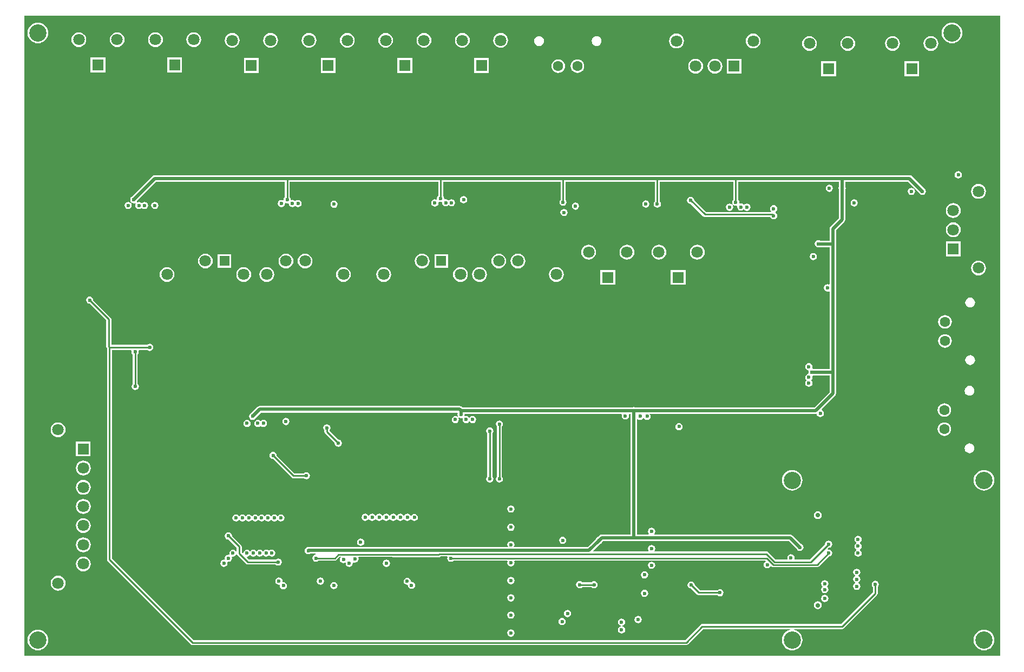
<source format=gbl>
G04*
G04 #@! TF.GenerationSoftware,Altium Limited,Altium Designer,19.1.9 (167)*
G04*
G04 Layer_Physical_Order=4*
G04 Layer_Color=16711680*
%FSLAX25Y25*%
%MOIN*%
G70*
G01*
G75*
%ADD15C,0.01000*%
%ADD77C,0.01968*%
%ADD80R,0.07087X0.07087*%
%ADD81C,0.07087*%
%ADD82R,0.07087X0.07087*%
%ADD83R,0.06299X0.06299*%
%ADD84C,0.06299*%
%ADD85C,0.02756*%
%ADD86R,0.06299X0.06299*%
%ADD87C,0.10630*%
%ADD88C,0.02362*%
G36*
X602362Y-0D02*
X404331Y-0D01*
X1529D01*
X1529Y0D01*
X1529Y394488D01*
X2029Y394488D01*
X602362Y394488D01*
X602362Y-0D01*
D02*
G37*
%LPC*%
G36*
X572835Y390204D02*
X571597Y390082D01*
X570406Y389721D01*
X569309Y389134D01*
X568348Y388345D01*
X567558Y387384D01*
X566972Y386287D01*
X566611Y385096D01*
X566489Y383858D01*
X566611Y382620D01*
X566972Y381430D01*
X567558Y380333D01*
X568348Y379371D01*
X569309Y378582D01*
X570406Y377996D01*
X571597Y377635D01*
X572835Y377513D01*
X574073Y377635D01*
X575263Y377996D01*
X576360Y378582D01*
X577322Y379371D01*
X578111Y380333D01*
X578697Y381430D01*
X579058Y382620D01*
X579180Y383858D01*
X579058Y385096D01*
X578697Y386287D01*
X578111Y387384D01*
X577322Y388345D01*
X576360Y389134D01*
X575263Y389721D01*
X574073Y390082D01*
X572835Y390204D01*
D02*
G37*
G36*
X9843D02*
X8605Y390082D01*
X7414Y389721D01*
X6317Y389134D01*
X5356Y388345D01*
X4566Y387384D01*
X3980Y386287D01*
X3619Y385096D01*
X3497Y383858D01*
X3619Y382620D01*
X3980Y381430D01*
X4566Y380333D01*
X5356Y379371D01*
X6317Y378582D01*
X7414Y377996D01*
X8605Y377635D01*
X9843Y377513D01*
X11080Y377635D01*
X12271Y377996D01*
X13368Y378582D01*
X14330Y379371D01*
X15119Y380333D01*
X15705Y381430D01*
X16066Y382620D01*
X16188Y383858D01*
X16066Y385096D01*
X15705Y386287D01*
X15119Y387384D01*
X14330Y388345D01*
X13368Y389134D01*
X12271Y389721D01*
X11080Y390082D01*
X9843Y390204D01*
D02*
G37*
G36*
X318504Y381931D02*
X317719Y381828D01*
X316987Y381525D01*
X316359Y381043D01*
X315877Y380415D01*
X315574Y379683D01*
X315470Y378898D01*
X315574Y378112D01*
X315877Y377381D01*
X316359Y376752D01*
X316987Y376270D01*
X317719Y375967D01*
X318504Y375864D01*
X319289Y375967D01*
X320021Y376270D01*
X320649Y376752D01*
X321131Y377381D01*
X321434Y378112D01*
X321538Y378898D01*
X321434Y379683D01*
X321131Y380415D01*
X320649Y381043D01*
X320021Y381525D01*
X319289Y381828D01*
X318504Y381931D01*
D02*
G37*
G36*
X353937Y381931D02*
X353152Y381828D01*
X352420Y381525D01*
X351792Y381043D01*
X351310Y380415D01*
X351007Y379683D01*
X350903Y378898D01*
X351007Y378112D01*
X351310Y377381D01*
X351792Y376752D01*
X352420Y376270D01*
X353152Y375967D01*
X353937Y375864D01*
X354722Y375967D01*
X355454Y376270D01*
X356082Y376752D01*
X356564Y377381D01*
X356868Y378112D01*
X356971Y378898D01*
X356868Y379683D01*
X356564Y380415D01*
X356082Y381043D01*
X355454Y381525D01*
X354722Y381828D01*
X353937Y381931D01*
D02*
G37*
G36*
X105905Y384267D02*
X104719Y384111D01*
X103614Y383654D01*
X102665Y382925D01*
X101937Y381976D01*
X101479Y380871D01*
X101323Y379685D01*
X101479Y378499D01*
X101937Y377394D01*
X102665Y376445D01*
X103614Y375716D01*
X104719Y375259D01*
X105905Y375102D01*
X107092Y375259D01*
X108197Y375716D01*
X109146Y376445D01*
X109874Y377394D01*
X110332Y378499D01*
X110488Y379685D01*
X110332Y380871D01*
X109874Y381976D01*
X109146Y382925D01*
X108197Y383654D01*
X107092Y384111D01*
X105905Y384267D01*
D02*
G37*
G36*
X82284D02*
X81097Y384111D01*
X79992Y383654D01*
X79043Y382925D01*
X78315Y381976D01*
X77857Y380871D01*
X77701Y379685D01*
X77857Y378499D01*
X78315Y377394D01*
X79043Y376445D01*
X79992Y375716D01*
X81097Y375259D01*
X82284Y375102D01*
X83469Y375259D01*
X84575Y375716D01*
X85524Y376445D01*
X86252Y377394D01*
X86710Y378499D01*
X86866Y379685D01*
X86710Y380871D01*
X86252Y381976D01*
X85524Y382925D01*
X84575Y383654D01*
X83469Y384111D01*
X82284Y384267D01*
D02*
G37*
G36*
X58661D02*
X57475Y384111D01*
X56370Y383654D01*
X55421Y382925D01*
X54693Y381976D01*
X54235Y380871D01*
X54079Y379685D01*
X54235Y378499D01*
X54693Y377394D01*
X55421Y376445D01*
X56370Y375716D01*
X57475Y375259D01*
X58661Y375102D01*
X59847Y375259D01*
X60953Y375716D01*
X61902Y376445D01*
X62630Y377394D01*
X63088Y378499D01*
X63244Y379685D01*
X63088Y380871D01*
X62630Y381976D01*
X61902Y382925D01*
X60953Y383654D01*
X59847Y384111D01*
X58661Y384267D01*
D02*
G37*
G36*
X35039D02*
X33853Y384111D01*
X32748Y383654D01*
X31799Y382925D01*
X31071Y381976D01*
X30613Y380871D01*
X30457Y379685D01*
X30613Y378499D01*
X31071Y377394D01*
X31799Y376445D01*
X32748Y375716D01*
X33853Y375259D01*
X35039Y375102D01*
X36225Y375259D01*
X37331Y375716D01*
X38280Y376445D01*
X39008Y377394D01*
X39466Y378499D01*
X39622Y379685D01*
X39466Y380871D01*
X39008Y381976D01*
X38280Y382925D01*
X37331Y383654D01*
X36225Y384111D01*
X35039Y384267D01*
D02*
G37*
G36*
X294882Y383874D02*
X293696Y383718D01*
X292591Y383260D01*
X291642Y382532D01*
X290913Y381583D01*
X290456Y380477D01*
X290299Y379291D01*
X290456Y378105D01*
X290913Y377000D01*
X291642Y376051D01*
X292591Y375323D01*
X293696Y374865D01*
X294882Y374709D01*
X296068Y374865D01*
X297173Y375323D01*
X298122Y376051D01*
X298850Y377000D01*
X299308Y378105D01*
X299464Y379291D01*
X299308Y380477D01*
X298850Y381583D01*
X298122Y382532D01*
X297173Y383260D01*
X296068Y383718D01*
X294882Y383874D01*
D02*
G37*
G36*
X271260D02*
X270074Y383718D01*
X268969Y383260D01*
X268020Y382532D01*
X267291Y381583D01*
X266833Y380477D01*
X266677Y379291D01*
X266833Y378105D01*
X267291Y377000D01*
X268020Y376051D01*
X268969Y375323D01*
X270074Y374865D01*
X271260Y374709D01*
X272446Y374865D01*
X273551Y375323D01*
X274500Y376051D01*
X275228Y377000D01*
X275686Y378105D01*
X275842Y379291D01*
X275686Y380477D01*
X275228Y381583D01*
X274500Y382532D01*
X273551Y383260D01*
X272446Y383718D01*
X271260Y383874D01*
D02*
G37*
G36*
X247638D02*
X246452Y383718D01*
X245346Y383260D01*
X244397Y382532D01*
X243669Y381583D01*
X243211Y380477D01*
X243055Y379291D01*
X243211Y378105D01*
X243669Y377000D01*
X244397Y376051D01*
X245346Y375323D01*
X246452Y374865D01*
X247638Y374709D01*
X248824Y374865D01*
X249929Y375323D01*
X250878Y376051D01*
X251606Y377000D01*
X252064Y378105D01*
X252220Y379291D01*
X252064Y380477D01*
X251606Y381583D01*
X250878Y382532D01*
X249929Y383260D01*
X248824Y383718D01*
X247638Y383874D01*
D02*
G37*
G36*
X224016D02*
X222830Y383718D01*
X221725Y383260D01*
X220775Y382532D01*
X220047Y381583D01*
X219589Y380477D01*
X219433Y379291D01*
X219589Y378105D01*
X220047Y377000D01*
X220775Y376051D01*
X221725Y375323D01*
X222830Y374865D01*
X224016Y374709D01*
X225202Y374865D01*
X226307Y375323D01*
X227256Y376051D01*
X227984Y377000D01*
X228442Y378105D01*
X228598Y379291D01*
X228442Y380477D01*
X227984Y381583D01*
X227256Y382532D01*
X226307Y383260D01*
X225202Y383718D01*
X224016Y383874D01*
D02*
G37*
G36*
X200394D02*
X199208Y383718D01*
X198102Y383260D01*
X197153Y382532D01*
X196425Y381583D01*
X195967Y380477D01*
X195811Y379291D01*
X195967Y378105D01*
X196425Y377000D01*
X197153Y376051D01*
X198102Y375323D01*
X199208Y374865D01*
X200394Y374709D01*
X201580Y374865D01*
X202685Y375323D01*
X203634Y376051D01*
X204362Y377000D01*
X204820Y378105D01*
X204976Y379291D01*
X204820Y380477D01*
X204362Y381583D01*
X203634Y382532D01*
X202685Y383260D01*
X201580Y383718D01*
X200394Y383874D01*
D02*
G37*
G36*
X176772D02*
X175586Y383718D01*
X174480Y383260D01*
X173531Y382532D01*
X172803Y381583D01*
X172345Y380477D01*
X172189Y379291D01*
X172345Y378105D01*
X172803Y377000D01*
X173531Y376051D01*
X174480Y375323D01*
X175586Y374865D01*
X176772Y374709D01*
X177958Y374865D01*
X179063Y375323D01*
X180012Y376051D01*
X180740Y377000D01*
X181198Y378105D01*
X181354Y379291D01*
X181198Y380477D01*
X180740Y381583D01*
X180012Y382532D01*
X179063Y383260D01*
X177958Y383718D01*
X176772Y383874D01*
D02*
G37*
G36*
X153150D02*
X151964Y383718D01*
X150858Y383260D01*
X149909Y382532D01*
X149181Y381583D01*
X148723Y380477D01*
X148567Y379291D01*
X148723Y378105D01*
X149181Y377000D01*
X149909Y376051D01*
X150858Y375323D01*
X151964Y374865D01*
X153150Y374709D01*
X154336Y374865D01*
X155441Y375323D01*
X156390Y376051D01*
X157118Y377000D01*
X157576Y378105D01*
X157732Y379291D01*
X157576Y380477D01*
X157118Y381583D01*
X156390Y382532D01*
X155441Y383260D01*
X154336Y383718D01*
X153150Y383874D01*
D02*
G37*
G36*
X129528D02*
X128341Y383718D01*
X127236Y383260D01*
X126287Y382532D01*
X125559Y381583D01*
X125101Y380477D01*
X124945Y379291D01*
X125101Y378105D01*
X125559Y377000D01*
X126287Y376051D01*
X127236Y375323D01*
X128341Y374865D01*
X129528Y374709D01*
X130714Y374865D01*
X131819Y375323D01*
X132768Y376051D01*
X133496Y377000D01*
X133954Y378105D01*
X134110Y379291D01*
X133954Y380477D01*
X133496Y381583D01*
X132768Y382532D01*
X131819Y383260D01*
X130714Y383718D01*
X129528Y383874D01*
D02*
G37*
G36*
X450394Y383480D02*
X449208Y383324D01*
X448103Y382866D01*
X447153Y382138D01*
X446425Y381189D01*
X445967Y380084D01*
X445811Y378898D01*
X445967Y377712D01*
X446425Y376606D01*
X447153Y375657D01*
X448103Y374929D01*
X449208Y374471D01*
X450394Y374315D01*
X451580Y374471D01*
X452685Y374929D01*
X453634Y375657D01*
X454362Y376606D01*
X454820Y377712D01*
X454976Y378898D01*
X454820Y380084D01*
X454362Y381189D01*
X453634Y382138D01*
X452685Y382866D01*
X451580Y383324D01*
X450394Y383480D01*
D02*
G37*
G36*
X403150D02*
X401964Y383324D01*
X400858Y382866D01*
X399909Y382138D01*
X399181Y381189D01*
X398723Y380084D01*
X398567Y378898D01*
X398723Y377712D01*
X399181Y376606D01*
X399909Y375657D01*
X400858Y374929D01*
X401964Y374471D01*
X403150Y374315D01*
X404336Y374471D01*
X405441Y374929D01*
X406390Y375657D01*
X407118Y376606D01*
X407576Y377712D01*
X407732Y378898D01*
X407576Y380084D01*
X407118Y381189D01*
X406390Y382138D01*
X405441Y382866D01*
X404336Y383324D01*
X403150Y383480D01*
D02*
G37*
G36*
X559842Y381905D02*
X558657Y381749D01*
X557551Y381291D01*
X556602Y380563D01*
X555874Y379614D01*
X555416Y378509D01*
X555260Y377323D01*
X555416Y376137D01*
X555874Y375032D01*
X556602Y374082D01*
X557551Y373354D01*
X558657Y372897D01*
X559842Y372740D01*
X561029Y372897D01*
X562134Y373354D01*
X563083Y374082D01*
X563811Y375032D01*
X564269Y376137D01*
X564425Y377323D01*
X564269Y378509D01*
X563811Y379614D01*
X563083Y380563D01*
X562134Y381291D01*
X561029Y381749D01*
X559842Y381905D01*
D02*
G37*
G36*
X536221D02*
X535035Y381749D01*
X533929Y381291D01*
X532980Y380563D01*
X532252Y379614D01*
X531794Y378509D01*
X531638Y377323D01*
X531794Y376137D01*
X532252Y375032D01*
X532980Y374082D01*
X533929Y373354D01*
X535035Y372897D01*
X536221Y372740D01*
X537406Y372897D01*
X538512Y373354D01*
X539461Y374082D01*
X540189Y375032D01*
X540647Y376137D01*
X540803Y377323D01*
X540647Y378509D01*
X540189Y379614D01*
X539461Y380563D01*
X538512Y381291D01*
X537406Y381749D01*
X536221Y381905D01*
D02*
G37*
G36*
X508661D02*
X507475Y381749D01*
X506370Y381291D01*
X505421Y380563D01*
X504693Y379614D01*
X504235Y378509D01*
X504079Y377323D01*
X504235Y376137D01*
X504693Y375032D01*
X505421Y374082D01*
X506370Y373354D01*
X507475Y372897D01*
X508661Y372740D01*
X509847Y372897D01*
X510953Y373354D01*
X511902Y374082D01*
X512630Y375032D01*
X513088Y376137D01*
X513244Y377323D01*
X513088Y378509D01*
X512630Y379614D01*
X511902Y380563D01*
X510953Y381291D01*
X509847Y381749D01*
X508661Y381905D01*
D02*
G37*
G36*
X485039D02*
X483853Y381749D01*
X482748Y381291D01*
X481799Y380563D01*
X481071Y379614D01*
X480613Y378509D01*
X480457Y377323D01*
X480613Y376137D01*
X481071Y375032D01*
X481799Y374082D01*
X482748Y373354D01*
X483853Y372897D01*
X485039Y372740D01*
X486225Y372897D01*
X487331Y373354D01*
X488280Y374082D01*
X489008Y375032D01*
X489466Y376137D01*
X489622Y377323D01*
X489466Y378509D01*
X489008Y379614D01*
X488280Y380563D01*
X487331Y381291D01*
X486225Y381749D01*
X485039Y381905D01*
D02*
G37*
G36*
X98638Y368717D02*
X89551D01*
Y359630D01*
X98638D01*
Y368717D01*
D02*
G37*
G36*
X51394D02*
X42307D01*
Y359630D01*
X51394D01*
Y368717D01*
D02*
G37*
G36*
X287614Y368323D02*
X278528D01*
Y359236D01*
X287614D01*
Y368323D01*
D02*
G37*
G36*
X240370D02*
X231283D01*
Y359236D01*
X240370D01*
Y368323D01*
D02*
G37*
G36*
X193126D02*
X184039D01*
Y359236D01*
X193126D01*
Y368323D01*
D02*
G37*
G36*
X145882D02*
X136795D01*
Y359236D01*
X145882D01*
Y368323D01*
D02*
G37*
G36*
X342126Y367571D02*
X341043Y367429D01*
X340033Y367010D01*
X339166Y366345D01*
X338501Y365478D01*
X338083Y364469D01*
X337941Y363386D01*
X338083Y362303D01*
X338501Y361293D01*
X339166Y360426D01*
X340033Y359761D01*
X341043Y359343D01*
X342126Y359200D01*
X343209Y359343D01*
X344219Y359761D01*
X345086Y360426D01*
X345751Y361293D01*
X346169Y362303D01*
X346311Y363386D01*
X346169Y364469D01*
X345751Y365478D01*
X345086Y366345D01*
X344219Y367010D01*
X343209Y367429D01*
X342126Y367571D01*
D02*
G37*
G36*
X330315D02*
X329232Y367429D01*
X328222Y367010D01*
X327355Y366345D01*
X326690Y365478D01*
X326272Y364469D01*
X326130Y363386D01*
X326272Y362303D01*
X326690Y361293D01*
X327355Y360426D01*
X328222Y359761D01*
X329232Y359343D01*
X330315Y359200D01*
X331398Y359343D01*
X332408Y359761D01*
X333275Y360426D01*
X333940Y361293D01*
X334358Y362303D01*
X334500Y363386D01*
X334358Y364469D01*
X333940Y365478D01*
X333275Y366345D01*
X332408Y367010D01*
X331398Y367429D01*
X330315Y367571D01*
D02*
G37*
G36*
X443126Y367929D02*
X434039D01*
Y358842D01*
X443126D01*
Y367929D01*
D02*
G37*
G36*
X426772Y367968D02*
X425586Y367812D01*
X424480Y367354D01*
X423531Y366626D01*
X422803Y365677D01*
X422345Y364572D01*
X422189Y363386D01*
X422345Y362200D01*
X422803Y361095D01*
X423531Y360145D01*
X424480Y359417D01*
X425586Y358960D01*
X426772Y358803D01*
X427958Y358960D01*
X429063Y359417D01*
X430012Y360145D01*
X430740Y361095D01*
X431198Y362200D01*
X431354Y363386D01*
X431198Y364572D01*
X430740Y365677D01*
X430012Y366626D01*
X429063Y367354D01*
X427958Y367812D01*
X426772Y367968D01*
D02*
G37*
G36*
X414961D02*
X413775Y367812D01*
X412669Y367354D01*
X411720Y366626D01*
X410992Y365677D01*
X410534Y364572D01*
X410378Y363386D01*
X410534Y362200D01*
X410992Y361095D01*
X411720Y360145D01*
X412669Y359417D01*
X413775Y358960D01*
X414961Y358803D01*
X416147Y358960D01*
X417252Y359417D01*
X418201Y360145D01*
X418929Y361095D01*
X419387Y362200D01*
X419543Y363386D01*
X419387Y364572D01*
X418929Y365677D01*
X418201Y366626D01*
X417252Y367354D01*
X416147Y367812D01*
X414961Y367968D01*
D02*
G37*
G36*
X552575Y366354D02*
X543488D01*
Y357268D01*
X552575D01*
Y366354D01*
D02*
G37*
G36*
X501394D02*
X492307D01*
Y357268D01*
X501394D01*
Y366354D01*
D02*
G37*
G36*
X576673Y298680D02*
X575822Y298511D01*
X575101Y298029D01*
X574619Y297308D01*
X574449Y296457D01*
X574619Y295606D01*
X575101Y294884D01*
X575822Y294402D01*
X576673Y294233D01*
X577524Y294402D01*
X578246Y294884D01*
X578728Y295606D01*
X578897Y296457D01*
X578728Y297308D01*
X578246Y298029D01*
X577524Y298511D01*
X576673Y298680D01*
D02*
G37*
G36*
X497261Y290413D02*
X496410Y290244D01*
X495688Y289761D01*
X495206Y289040D01*
X495037Y288189D01*
X495206Y287338D01*
X495688Y286616D01*
X496410Y286134D01*
X497261Y285965D01*
X498112Y286134D01*
X498833Y286616D01*
X499315Y287338D01*
X499485Y288189D01*
X499315Y289040D01*
X498833Y289761D01*
X498112Y290244D01*
X497261Y290413D01*
D02*
G37*
G36*
X546621Y296232D02*
X82004D01*
X81230Y296078D01*
X80573Y295639D01*
X68102Y283168D01*
X68047Y283157D01*
X67325Y282675D01*
X66843Y281953D01*
X66674Y281102D01*
X66843Y280251D01*
X67325Y279530D01*
X68047Y279048D01*
X68898Y278878D01*
X69749Y279048D01*
X69873Y279131D01*
X70233Y278770D01*
X69993Y278410D01*
X69823Y277559D01*
X69993Y276708D01*
X70475Y275987D01*
X71196Y275504D01*
X72047Y275335D01*
X72898Y275504D01*
X73425Y275856D01*
X73779Y275946D01*
X74134Y275856D01*
X74661Y275504D01*
X75512Y275335D01*
X76363Y275504D01*
X77084Y275987D01*
X77566Y276708D01*
X77736Y277559D01*
X77566Y278410D01*
X77084Y279132D01*
X76363Y279614D01*
X75512Y279783D01*
X74661Y279614D01*
X74134Y279262D01*
X73779Y279172D01*
X73425Y279262D01*
X72898Y279614D01*
X72047Y279783D01*
X71196Y279614D01*
X71072Y279531D01*
X70711Y279891D01*
X70952Y280251D01*
X70963Y280307D01*
X82842Y292185D01*
X161856D01*
Y282704D01*
X161813Y282675D01*
X161331Y281953D01*
X161162Y281102D01*
X161304Y280387D01*
X160694Y280795D01*
X159843Y280964D01*
X158992Y280795D01*
X158270Y280313D01*
X157788Y279591D01*
X157619Y278740D01*
X157788Y277889D01*
X158270Y277168D01*
X158992Y276686D01*
X159843Y276516D01*
X160694Y276686D01*
X161415Y277168D01*
X161897Y277889D01*
X162066Y278740D01*
X161924Y279456D01*
X162535Y279048D01*
X163386Y278878D01*
X163839Y278969D01*
X164302Y278783D01*
X164348Y278599D01*
X164481Y277928D01*
X164963Y277207D01*
X165684Y276725D01*
X166535Y276556D01*
X167386Y276725D01*
X167949Y277101D01*
X168356Y277149D01*
X168628Y277085D01*
X169227Y276685D01*
X170078Y276516D01*
X170929Y276685D01*
X171651Y277167D01*
X172133Y277889D01*
X172302Y278740D01*
X172133Y279591D01*
X171651Y280312D01*
X170929Y280794D01*
X170078Y280963D01*
X169227Y280794D01*
X168665Y280418D01*
X168258Y280370D01*
X167986Y280434D01*
X167386Y280834D01*
X166535Y281003D01*
X166082Y280913D01*
X165619Y281099D01*
X165574Y281283D01*
X165440Y281953D01*
X164958Y282675D01*
X164915Y282704D01*
Y292185D01*
X256345D01*
Y283491D01*
X256301Y283462D01*
X255820Y282741D01*
X255650Y281890D01*
X255745Y281413D01*
X255295Y281113D01*
X255182Y281188D01*
X254331Y281358D01*
X253480Y281188D01*
X252758Y280706D01*
X252276Y279985D01*
X252107Y279134D01*
X252276Y278283D01*
X252758Y277561D01*
X253480Y277079D01*
X254331Y276910D01*
X255182Y277079D01*
X255903Y277561D01*
X256385Y278283D01*
X256555Y279134D01*
X256460Y279610D01*
X256910Y279911D01*
X257023Y279835D01*
X257874Y279666D01*
X258401Y279771D01*
X258827Y279347D01*
X258800Y279213D01*
X258969Y278362D01*
X259451Y277640D01*
X260173Y277158D01*
X261024Y276989D01*
X261875Y277158D01*
X262596Y277640D01*
X262776Y277909D01*
X262955Y277640D01*
X263677Y277158D01*
X264528Y276989D01*
X265379Y277158D01*
X266100Y277640D01*
X266582Y278362D01*
X266751Y279213D01*
X266582Y280064D01*
X266100Y280785D01*
X265379Y281267D01*
X264528Y281436D01*
X263677Y281267D01*
X263123Y280897D01*
X262776Y280823D01*
X262428Y280897D01*
X261875Y281267D01*
X261024Y281436D01*
X260497Y281332D01*
X260071Y281755D01*
X260098Y281890D01*
X259929Y282741D01*
X259447Y283462D01*
X259403Y283491D01*
Y292185D01*
X331738D01*
Y281129D01*
X331695Y281100D01*
X331213Y280379D01*
X331044Y279528D01*
X331213Y278677D01*
X331695Y277955D01*
X332417Y277473D01*
X333268Y277304D01*
X334119Y277473D01*
X334840Y277955D01*
X335322Y278677D01*
X335491Y279528D01*
X335322Y280379D01*
X334840Y281100D01*
X334797Y281129D01*
Y292185D01*
X389809D01*
Y280046D01*
X389766Y280017D01*
X389284Y279296D01*
X389115Y278445D01*
X389284Y277594D01*
X389766Y276872D01*
X390488Y276390D01*
X391339Y276221D01*
X392190Y276390D01*
X392911Y276872D01*
X393393Y277594D01*
X393562Y278445D01*
X393393Y279296D01*
X392911Y280017D01*
X392868Y280046D01*
Y292185D01*
X438136D01*
Y281129D01*
X438093Y281100D01*
X437611Y280379D01*
X437442Y279528D01*
X437611Y278677D01*
X437817Y278369D01*
X437829Y278350D01*
X437419Y278069D01*
X436697Y278551D01*
X435847Y278720D01*
X434996Y278551D01*
X434274Y278069D01*
X433792Y277347D01*
X433623Y276496D01*
X433792Y275645D01*
X434274Y274924D01*
X434996Y274442D01*
X435847Y274272D01*
X436697Y274442D01*
X437419Y274924D01*
X437901Y275645D01*
X438070Y276496D01*
X437901Y277347D01*
X437695Y277655D01*
X437683Y277673D01*
X438093Y277955D01*
X438814Y277473D01*
X439665Y277304D01*
X440241Y277418D01*
X440672Y277022D01*
X440591Y276614D01*
X440760Y275763D01*
X441243Y275042D01*
X441964Y274560D01*
X442815Y274390D01*
X443666Y274560D01*
X444387Y275042D01*
X444626Y275398D01*
X444943Y274924D01*
X445665Y274442D01*
X446516Y274272D01*
X447367Y274442D01*
X448088Y274924D01*
X448570Y275645D01*
X448740Y276496D01*
X448570Y277347D01*
X448088Y278069D01*
X447367Y278551D01*
X446516Y278720D01*
X445665Y278551D01*
X444943Y278069D01*
X444705Y277712D01*
X444387Y278187D01*
X443666Y278669D01*
X442815Y278838D01*
X442239Y278723D01*
X441808Y279120D01*
X441889Y279528D01*
X441720Y280379D01*
X441238Y281100D01*
X441195Y281129D01*
Y292185D01*
X503095D01*
Y289087D01*
X503064Y289040D01*
X502894Y288189D01*
X503064Y287338D01*
X503095Y287291D01*
Y269736D01*
X497995Y264635D01*
X497556Y263979D01*
X497402Y263205D01*
Y255960D01*
X491449D01*
X491402Y255992D01*
X490551Y256161D01*
X489700Y255992D01*
X488979Y255509D01*
X488497Y254788D01*
X488327Y253937D01*
X488497Y253086D01*
X488979Y252364D01*
X489700Y251883D01*
X490551Y251713D01*
X491402Y251883D01*
X491449Y251914D01*
X497402D01*
Y229206D01*
X497280Y229089D01*
X496902Y228883D01*
X496161Y229030D01*
X495310Y228861D01*
X494589Y228379D01*
X494107Y227658D01*
X493938Y226806D01*
X494107Y225955D01*
X494589Y225234D01*
X495310Y224752D01*
X496161Y224583D01*
X496902Y224730D01*
X497280Y224523D01*
X497402Y224407D01*
Y176850D01*
X487512D01*
X487465Y176881D01*
X487005Y176973D01*
X486700Y177417D01*
X486869Y178268D01*
X486700Y179119D01*
X486218Y179840D01*
X485497Y180322D01*
X484646Y180491D01*
X483795Y180322D01*
X483073Y179840D01*
X482591Y179119D01*
X482422Y178268D01*
X482591Y177417D01*
X483073Y176695D01*
X483795Y176213D01*
X484255Y176122D01*
X484560Y175678D01*
X484390Y174827D01*
X484484Y174355D01*
X484137Y173776D01*
X483795Y173708D01*
X483073Y173226D01*
X482591Y172504D01*
X482422Y171653D01*
X482591Y170802D01*
X483073Y170081D01*
X483342Y169902D01*
X483073Y169722D01*
X482591Y169001D01*
X482422Y168150D01*
X482591Y167299D01*
X483073Y166577D01*
X483795Y166095D01*
X484646Y165926D01*
X485497Y166095D01*
X486218Y166577D01*
X486700Y167299D01*
X486869Y168150D01*
X486700Y169001D01*
X486218Y169722D01*
X485950Y169902D01*
X486218Y170081D01*
X486700Y170802D01*
X486869Y171653D01*
X486776Y172125D01*
X487122Y172704D01*
X487465Y172772D01*
X487512Y172804D01*
X497402D01*
Y162507D01*
X488100Y153204D01*
X377670D01*
X377623Y153236D01*
X376772Y153405D01*
X375921Y153236D01*
X375874Y153204D01*
X271310D01*
X271100Y153415D01*
X270444Y153853D01*
X269669Y154007D01*
X146472D01*
X145698Y153853D01*
X145042Y153415D01*
X141330Y149703D01*
X141275Y149692D01*
X140553Y149210D01*
X140071Y148489D01*
X139902Y147638D01*
X140071Y146787D01*
X140553Y146065D01*
X141275Y145583D01*
X142126Y145414D01*
X142977Y145583D01*
X143699Y146065D01*
X144181Y146787D01*
X144192Y146842D01*
X147310Y149961D01*
X268011D01*
X268095Y149901D01*
X268376Y149461D01*
X268249Y148819D01*
X268418Y147968D01*
X268501Y147844D01*
X268141Y147483D01*
X267780Y147724D01*
X266929Y147893D01*
X266078Y147724D01*
X265357Y147242D01*
X264875Y146520D01*
X264705Y145669D01*
X264875Y144818D01*
X265357Y144097D01*
X266078Y143615D01*
X266929Y143446D01*
X267780Y143615D01*
X268502Y144097D01*
X268984Y144818D01*
X269153Y145669D01*
X268984Y146520D01*
X268901Y146645D01*
X269261Y147005D01*
X269621Y146764D01*
X270472Y146595D01*
X271138Y146727D01*
X271171Y146711D01*
X271514Y146368D01*
X271531Y146335D01*
X271398Y145669D01*
X271568Y144818D01*
X272049Y144097D01*
X272771Y143615D01*
X273622Y143446D01*
X274473Y143615D01*
X275195Y144097D01*
X275590Y144690D01*
X275987Y144097D01*
X276708Y143615D01*
X277559Y143446D01*
X278410Y143615D01*
X279132Y144097D01*
X279614Y144818D01*
X279783Y145669D01*
X279614Y146520D01*
X279132Y147242D01*
X278410Y147724D01*
X277559Y147893D01*
X276708Y147724D01*
X275987Y147242D01*
X275590Y146649D01*
X275195Y147242D01*
X274473Y147724D01*
X273622Y147893D01*
X272957Y147761D01*
X272923Y147777D01*
X272580Y148120D01*
X272564Y148154D01*
X272696Y148819D01*
X272629Y149158D01*
X369278D01*
X369569Y148658D01*
X369430Y147957D01*
X369599Y147106D01*
X370081Y146384D01*
X370802Y145902D01*
X371654Y145733D01*
X372505Y145902D01*
X373226Y146384D01*
X373708Y147106D01*
X373877Y147957D01*
X373738Y148658D01*
X374030Y149158D01*
X374748D01*
Y74858D01*
X357087D01*
X356312Y74704D01*
X355656Y74265D01*
X354716Y73325D01*
X354661Y73314D01*
X353939Y72832D01*
X353457Y72111D01*
X353446Y72055D01*
X348473Y67082D01*
X302854D01*
X303236Y67653D01*
X303405Y68504D01*
X303236Y69355D01*
X302754Y70076D01*
X302032Y70559D01*
X301181Y70728D01*
X300330Y70559D01*
X299609Y70076D01*
X299127Y69355D01*
X298957Y68504D01*
X299127Y67653D01*
X299508Y67082D01*
X256410D01*
X256363Y67114D01*
X255512Y67283D01*
X254661Y67114D01*
X254540Y67033D01*
X177139D01*
X176378Y67185D01*
X175527Y67015D01*
X174805Y66533D01*
X174323Y65812D01*
X174154Y64961D01*
X174323Y64110D01*
X174805Y63388D01*
X175527Y62906D01*
X176378Y62737D01*
X177229Y62906D01*
X177350Y62987D01*
X180835D01*
X180868Y62980D01*
X180917Y62487D01*
X180812Y62466D01*
X180251Y62354D01*
X179530Y61872D01*
X179048Y61151D01*
X178878Y60300D01*
X179048Y59449D01*
X179530Y58727D01*
X180251Y58245D01*
X181102Y58076D01*
X181953Y58245D01*
X182675Y58727D01*
X182704Y58771D01*
X192738D01*
X193323Y58887D01*
X193819Y59218D01*
X195595Y60994D01*
X196441D01*
X195977Y60300D01*
X195808Y59449D01*
X195977Y58598D01*
X196459Y57876D01*
X197180Y57394D01*
X198031Y57225D01*
X198882Y57394D01*
X199493Y57802D01*
X199351Y57087D01*
X199520Y56236D01*
X200002Y55514D01*
X200724Y55032D01*
X201575Y54863D01*
X202426Y55032D01*
X203147Y55514D01*
X203629Y56236D01*
X203799Y57087D01*
X203704Y57563D01*
X204154Y57864D01*
X204267Y57788D01*
X205118Y57619D01*
X205969Y57788D01*
X206691Y58270D01*
X207173Y58991D01*
X207342Y59842D01*
X207212Y60494D01*
X207527Y60994D01*
X228186D01*
X228230Y60965D01*
X228815Y60849D01*
X256622D01*
X257208Y60965D01*
X257704Y61296D01*
X257795Y61388D01*
X261764D01*
X262079Y60888D01*
X261949Y60236D01*
X262119Y59385D01*
X262601Y58664D01*
X263322Y58182D01*
X264173Y58012D01*
X265024Y58182D01*
X265746Y58664D01*
X265774Y58707D01*
X298822D01*
X299102Y58207D01*
X298957Y57480D01*
X299127Y56629D01*
X299609Y55908D01*
X300330Y55426D01*
X301181Y55256D01*
X302032Y55426D01*
X302754Y55908D01*
X303236Y56629D01*
X303405Y57480D01*
X303260Y58207D01*
X303540Y58707D01*
X457814D01*
X458056Y58235D01*
X458035Y58166D01*
X457483Y57797D01*
X457001Y57075D01*
X456831Y56224D01*
X457001Y55373D01*
X457483Y54652D01*
X458204Y54170D01*
X459055Y54001D01*
X459906Y54170D01*
X460628Y54652D01*
X460997Y55204D01*
X461573Y55335D01*
X461708Y55200D01*
X462204Y54869D01*
X462789Y54753D01*
X489683D01*
X490268Y54869D01*
X490764Y55200D01*
X496736Y61172D01*
X496787Y61162D01*
X497638Y61331D01*
X498359Y61813D01*
X498841Y62535D01*
X499011Y63386D01*
X498841Y64237D01*
X498359Y64958D01*
X497638Y65440D01*
X496787Y65610D01*
X496344Y65522D01*
X496098Y65983D01*
X496800Y66684D01*
X496850Y66674D01*
X497701Y66843D01*
X498423Y67325D01*
X498905Y68047D01*
X499074Y68898D01*
X498905Y69749D01*
X498423Y70470D01*
X497701Y70952D01*
X496850Y71122D01*
X495999Y70952D01*
X495278Y70470D01*
X494796Y69749D01*
X494627Y68898D01*
X494637Y68847D01*
X485200Y59410D01*
X476031D01*
X475716Y59910D01*
X475846Y60562D01*
X475677Y61413D01*
X475195Y62134D01*
X474473Y62616D01*
X473622Y62785D01*
X472771Y62616D01*
X472050Y62134D01*
X471567Y61413D01*
X471398Y60562D01*
X471528Y59910D01*
X471213Y59410D01*
X464085D01*
X459496Y63999D01*
X459000Y64330D01*
X458414Y64447D01*
X389886D01*
X389619Y64947D01*
X389849Y65291D01*
X390018Y66142D01*
X389849Y66993D01*
X389367Y67714D01*
X388646Y68196D01*
X387794Y68366D01*
X386944Y68196D01*
X386222Y67714D01*
X385740Y66993D01*
X385571Y66142D01*
X385740Y65291D01*
X385970Y64947D01*
X385702Y64447D01*
X351560D01*
X356307Y69194D01*
X356363Y69205D01*
X357084Y69687D01*
X357566Y70409D01*
X357577Y70464D01*
X357925Y70811D01*
X376772D01*
X424902Y70811D01*
X472390D01*
X477068Y66134D01*
X477079Y66078D01*
X477561Y65357D01*
X478283Y64875D01*
X479134Y64705D01*
X479985Y64875D01*
X480706Y65357D01*
X481188Y66078D01*
X481358Y66929D01*
X481188Y67780D01*
X480706Y68502D01*
X479985Y68984D01*
X479929Y68995D01*
X474659Y74265D01*
X474003Y74704D01*
X473228Y74858D01*
X424902D01*
X389730Y74858D01*
X389659Y74924D01*
X389646Y74954D01*
X389646D01*
X389473Y75358D01*
X389849Y75921D01*
X390018Y76772D01*
X389849Y77623D01*
X389367Y78344D01*
X388646Y78826D01*
X387794Y78996D01*
X386944Y78826D01*
X386222Y78344D01*
X385740Y77623D01*
X385571Y76772D01*
X385740Y75921D01*
X386116Y75358D01*
X385943Y74954D01*
X385943D01*
X385930Y74924D01*
X385859Y74858D01*
X378795D01*
Y145702D01*
X378861Y145773D01*
X378891Y145786D01*
Y145786D01*
X379295Y145959D01*
X379858Y145583D01*
X380709Y145414D01*
X381560Y145583D01*
X382281Y146065D01*
X382573Y146502D01*
X383175D01*
X383467Y146065D01*
X384188Y145583D01*
X385039Y145414D01*
X385890Y145583D01*
X386612Y146065D01*
X387094Y146787D01*
X387263Y147638D01*
X387094Y148489D01*
X386647Y149158D01*
X488938D01*
X489529Y149276D01*
X489658Y148628D01*
X490140Y147907D01*
X490862Y147425D01*
X491713Y147256D01*
X492564Y147425D01*
X493285Y147907D01*
X493767Y148628D01*
X493936Y149479D01*
X493767Y150330D01*
X493285Y151052D01*
X492741Y151416D01*
X492613Y151995D01*
X500856Y160238D01*
X501294Y160894D01*
X501448Y161669D01*
Y174803D01*
Y253937D01*
Y262367D01*
X506549Y267467D01*
X506987Y268123D01*
X507141Y268898D01*
Y287291D01*
X507173Y287338D01*
X507342Y288189D01*
X507173Y289040D01*
X507141Y289087D01*
Y292185D01*
X545783D01*
X552544Y285425D01*
X552555Y285369D01*
X553037Y284648D01*
X553758Y284166D01*
X554609Y283997D01*
X555460Y284166D01*
X556182Y284648D01*
X556664Y285369D01*
X556833Y286221D01*
X556664Y287071D01*
X556182Y287793D01*
X555460Y288275D01*
X555405Y288286D01*
X548052Y295639D01*
X547395Y296078D01*
X546621Y296232D01*
D02*
G37*
G36*
X547835Y288444D02*
X546984Y288275D01*
X546262Y287793D01*
X545780Y287071D01*
X545611Y286221D01*
X545780Y285369D01*
X546262Y284648D01*
X546984Y284166D01*
X547835Y283997D01*
X548686Y284166D01*
X549407Y284648D01*
X549889Y285369D01*
X550059Y286221D01*
X549889Y287071D01*
X549407Y287793D01*
X548686Y288275D01*
X547835Y288444D01*
D02*
G37*
G36*
X589134Y290803D02*
X587948Y290647D01*
X586843Y290189D01*
X585893Y289461D01*
X585165Y288512D01*
X584707Y287406D01*
X584551Y286221D01*
X584707Y285034D01*
X585165Y283929D01*
X585893Y282980D01*
X586843Y282252D01*
X587948Y281794D01*
X589134Y281638D01*
X590320Y281794D01*
X591425Y282252D01*
X592374Y282980D01*
X593102Y283929D01*
X593560Y285034D01*
X593716Y286221D01*
X593560Y287406D01*
X593102Y288512D01*
X592374Y289461D01*
X591425Y290189D01*
X590320Y290647D01*
X589134Y290803D01*
D02*
G37*
G36*
X272047Y283326D02*
X271196Y283157D01*
X270475Y282675D01*
X269993Y281953D01*
X269823Y281102D01*
X269993Y280251D01*
X270475Y279530D01*
X271196Y279048D01*
X272047Y278878D01*
X272898Y279048D01*
X273620Y279530D01*
X274102Y280251D01*
X274271Y281102D01*
X274102Y281953D01*
X273620Y282675D01*
X272898Y283157D01*
X272047Y283326D01*
D02*
G37*
G36*
X512598Y281358D02*
X511747Y281188D01*
X511026Y280706D01*
X510544Y279985D01*
X510375Y279134D01*
X510544Y278283D01*
X511026Y277561D01*
X511747Y277079D01*
X512598Y276910D01*
X513449Y277079D01*
X514171Y277561D01*
X514653Y278283D01*
X514822Y279134D01*
X514653Y279985D01*
X514171Y280706D01*
X513449Y281188D01*
X512598Y281358D01*
D02*
G37*
G36*
X384252Y280669D02*
X383401Y280499D01*
X382680Y280017D01*
X382197Y279296D01*
X382028Y278445D01*
X382197Y277594D01*
X382680Y276872D01*
X383401Y276390D01*
X384252Y276221D01*
X385103Y276390D01*
X385824Y276872D01*
X386307Y277594D01*
X386476Y278445D01*
X386307Y279296D01*
X385824Y280017D01*
X385103Y280499D01*
X384252Y280669D01*
D02*
G37*
G36*
X192232Y280570D02*
X191381Y280401D01*
X190660Y279919D01*
X190178Y279198D01*
X190008Y278346D01*
X190178Y277495D01*
X190660Y276774D01*
X191381Y276292D01*
X192232Y276123D01*
X193083Y276292D01*
X193805Y276774D01*
X194287Y277495D01*
X194456Y278346D01*
X194287Y279198D01*
X193805Y279919D01*
X193083Y280401D01*
X192232Y280570D01*
D02*
G37*
G36*
X81890Y279783D02*
X81039Y279614D01*
X80317Y279132D01*
X79835Y278410D01*
X79666Y277559D01*
X79835Y276708D01*
X80317Y275987D01*
X81039Y275504D01*
X81890Y275335D01*
X82741Y275504D01*
X83462Y275987D01*
X83944Y276708D01*
X84114Y277559D01*
X83944Y278410D01*
X83462Y279132D01*
X82741Y279614D01*
X81890Y279783D01*
D02*
G37*
G36*
X65433D02*
X64582Y279614D01*
X63861Y279132D01*
X63379Y278410D01*
X63209Y277559D01*
X63379Y276708D01*
X63861Y275987D01*
X64582Y275504D01*
X65433Y275335D01*
X66284Y275504D01*
X67006Y275987D01*
X67488Y276708D01*
X67657Y277559D01*
X67488Y278410D01*
X67006Y279132D01*
X66284Y279614D01*
X65433Y279783D01*
D02*
G37*
G36*
X340945Y279389D02*
X340094Y279220D01*
X339372Y278738D01*
X338890Y278016D01*
X338721Y277165D01*
X338890Y276314D01*
X339372Y275593D01*
X340094Y275111D01*
X340945Y274941D01*
X341796Y275111D01*
X342517Y275593D01*
X342999Y276314D01*
X343169Y277165D01*
X342999Y278016D01*
X342517Y278738D01*
X341796Y279220D01*
X340945Y279389D01*
D02*
G37*
G36*
X333858Y275452D02*
X333007Y275283D01*
X332286Y274801D01*
X331804Y274079D01*
X331634Y273228D01*
X331804Y272377D01*
X332286Y271656D01*
X333007Y271174D01*
X333858Y271005D01*
X334709Y271174D01*
X335431Y271656D01*
X335913Y272377D01*
X336082Y273228D01*
X335913Y274079D01*
X335431Y274801D01*
X334709Y275283D01*
X333858Y275452D01*
D02*
G37*
G36*
X573622Y278992D02*
X572436Y278836D01*
X571331Y278378D01*
X570382Y277650D01*
X569654Y276701D01*
X569196Y275595D01*
X569039Y274410D01*
X569196Y273223D01*
X569654Y272118D01*
X570382Y271169D01*
X571331Y270441D01*
X572436Y269983D01*
X573622Y269827D01*
X574808Y269983D01*
X575913Y270441D01*
X576862Y271169D01*
X577591Y272118D01*
X578048Y273223D01*
X578205Y274410D01*
X578048Y275595D01*
X577591Y276701D01*
X576862Y277650D01*
X575913Y278378D01*
X574808Y278836D01*
X573622Y278992D01*
D02*
G37*
G36*
X411811Y282932D02*
X410960Y282763D01*
X410239Y282281D01*
X409757Y281560D01*
X409587Y280709D01*
X409757Y279858D01*
X410239Y279136D01*
X410960Y278654D01*
X411811Y278485D01*
X411972Y278517D01*
X419595Y270893D01*
X420091Y270562D01*
X420677Y270445D01*
X460930D01*
X460938Y270409D01*
X461420Y269687D01*
X462141Y269205D01*
X462992Y269036D01*
X463843Y269205D01*
X464565Y269687D01*
X465047Y270409D01*
X465216Y271260D01*
X465047Y272111D01*
X464565Y272832D01*
X464127Y273125D01*
Y273726D01*
X464565Y274018D01*
X465047Y274740D01*
X465216Y275590D01*
X465047Y276442D01*
X464565Y277163D01*
X463843Y277645D01*
X462992Y277814D01*
X462141Y277645D01*
X461420Y277163D01*
X460938Y276442D01*
X460768Y275590D01*
X460938Y274740D01*
X461420Y274018D01*
X461441Y274004D01*
X461289Y273504D01*
X421310D01*
X414017Y280797D01*
X413866Y281560D01*
X413383Y282281D01*
X412662Y282763D01*
X411811Y282932D01*
D02*
G37*
G36*
X573622Y267181D02*
X572436Y267025D01*
X571331Y266567D01*
X570382Y265839D01*
X569654Y264890D01*
X569196Y263785D01*
X569039Y262598D01*
X569196Y261412D01*
X569654Y260307D01*
X570382Y259358D01*
X571331Y258630D01*
X572436Y258172D01*
X573622Y258016D01*
X574808Y258172D01*
X575913Y258630D01*
X576862Y259358D01*
X577591Y260307D01*
X578048Y261412D01*
X578205Y262598D01*
X578048Y263785D01*
X577591Y264890D01*
X576862Y265839D01*
X575913Y266567D01*
X574808Y267025D01*
X573622Y267181D01*
D02*
G37*
G36*
X578165Y255331D02*
X569079D01*
Y246244D01*
X578165D01*
Y255331D01*
D02*
G37*
G36*
X415945Y253362D02*
X414759Y253206D01*
X413654Y252748D01*
X412705Y252020D01*
X411976Y251071D01*
X411518Y249966D01*
X411362Y248780D01*
X411518Y247593D01*
X411976Y246488D01*
X412705Y245539D01*
X413654Y244811D01*
X414759Y244353D01*
X415945Y244197D01*
X417131Y244353D01*
X418236Y244811D01*
X419185Y245539D01*
X419913Y246488D01*
X420371Y247593D01*
X420527Y248780D01*
X420371Y249966D01*
X419913Y251071D01*
X419185Y252020D01*
X418236Y252748D01*
X417131Y253206D01*
X415945Y253362D01*
D02*
G37*
G36*
X392323D02*
X391137Y253206D01*
X390032Y252748D01*
X389083Y252020D01*
X388354Y251071D01*
X387896Y249966D01*
X387740Y248780D01*
X387896Y247593D01*
X388354Y246488D01*
X389083Y245539D01*
X390032Y244811D01*
X391137Y244353D01*
X392323Y244197D01*
X393509Y244353D01*
X394614Y244811D01*
X395563Y245539D01*
X396291Y246488D01*
X396749Y247593D01*
X396905Y248780D01*
X396749Y249966D01*
X396291Y251071D01*
X395563Y252020D01*
X394614Y252748D01*
X393509Y253206D01*
X392323Y253362D01*
D02*
G37*
G36*
X372638D02*
X371452Y253206D01*
X370346Y252748D01*
X369397Y252020D01*
X368669Y251071D01*
X368211Y249966D01*
X368055Y248780D01*
X368211Y247593D01*
X368669Y246488D01*
X369397Y245539D01*
X370346Y244811D01*
X371452Y244353D01*
X372638Y244197D01*
X373824Y244353D01*
X374929Y244811D01*
X375878Y245539D01*
X376606Y246488D01*
X377064Y247593D01*
X377220Y248780D01*
X377064Y249966D01*
X376606Y251071D01*
X375878Y252020D01*
X374929Y252748D01*
X373824Y253206D01*
X372638Y253362D01*
D02*
G37*
G36*
X349016D02*
X347830Y253206D01*
X346725Y252748D01*
X345775Y252020D01*
X345047Y251071D01*
X344589Y249966D01*
X344433Y248780D01*
X344589Y247593D01*
X345047Y246488D01*
X345775Y245539D01*
X346725Y244811D01*
X347830Y244353D01*
X349016Y244197D01*
X350202Y244353D01*
X351307Y244811D01*
X352256Y245539D01*
X352984Y246488D01*
X353442Y247593D01*
X353598Y248780D01*
X353442Y249966D01*
X352984Y251071D01*
X352256Y252020D01*
X351307Y252748D01*
X350202Y253206D01*
X349016Y253362D01*
D02*
G37*
G36*
X487402Y248287D02*
X486551Y248117D01*
X485829Y247636D01*
X485347Y246914D01*
X485178Y246063D01*
X485347Y245212D01*
X485829Y244491D01*
X486551Y244008D01*
X487402Y243839D01*
X488253Y244008D01*
X488974Y244491D01*
X489456Y245212D01*
X489625Y246063D01*
X489456Y246914D01*
X488974Y247636D01*
X488253Y248117D01*
X487402Y248287D01*
D02*
G37*
G36*
X262417Y247457D02*
X254118D01*
Y239158D01*
X262417D01*
Y247457D01*
D02*
G37*
G36*
X128953Y247457D02*
X120653D01*
Y239158D01*
X128953D01*
Y247457D01*
D02*
G37*
G36*
X305512Y247890D02*
X304326Y247733D01*
X303221Y247276D01*
X302272Y246547D01*
X301543Y245598D01*
X301085Y244493D01*
X300929Y243307D01*
X301085Y242121D01*
X301543Y241016D01*
X302272Y240067D01*
X303221Y239338D01*
X304326Y238881D01*
X305512Y238725D01*
X306698Y238881D01*
X307803Y239338D01*
X308752Y240067D01*
X309480Y241016D01*
X309938Y242121D01*
X310094Y243307D01*
X309938Y244493D01*
X309480Y245598D01*
X308752Y246547D01*
X307803Y247276D01*
X306698Y247733D01*
X305512Y247890D01*
D02*
G37*
G36*
X293701D02*
X292515Y247733D01*
X291409Y247276D01*
X290460Y246547D01*
X289732Y245598D01*
X289274Y244493D01*
X289118Y243307D01*
X289274Y242121D01*
X289732Y241016D01*
X290460Y240067D01*
X291409Y239338D01*
X292515Y238881D01*
X293701Y238725D01*
X294887Y238881D01*
X295992Y239338D01*
X296941Y240067D01*
X297669Y241016D01*
X298127Y242121D01*
X298283Y243307D01*
X298127Y244493D01*
X297669Y245598D01*
X296941Y246547D01*
X295992Y247276D01*
X294887Y247733D01*
X293701Y247890D01*
D02*
G37*
G36*
X246457D02*
X245271Y247733D01*
X244165Y247276D01*
X243216Y246547D01*
X242488Y245598D01*
X242030Y244493D01*
X241874Y243307D01*
X242030Y242121D01*
X242488Y241016D01*
X243216Y240067D01*
X244165Y239338D01*
X245271Y238881D01*
X246457Y238725D01*
X247643Y238881D01*
X248748Y239338D01*
X249697Y240067D01*
X250425Y241016D01*
X250883Y242121D01*
X251039Y243307D01*
X250883Y244493D01*
X250425Y245598D01*
X249697Y246547D01*
X248748Y247276D01*
X247643Y247733D01*
X246457Y247890D01*
D02*
G37*
G36*
X174409Y247890D02*
X173223Y247733D01*
X172118Y247276D01*
X171169Y246547D01*
X170441Y245598D01*
X169983Y244493D01*
X169827Y243307D01*
X169983Y242121D01*
X170441Y241016D01*
X171169Y240067D01*
X172118Y239338D01*
X173223Y238881D01*
X174409Y238725D01*
X175595Y238881D01*
X176701Y239338D01*
X177650Y240067D01*
X178378Y241016D01*
X178836Y242121D01*
X178992Y243307D01*
X178836Y244493D01*
X178378Y245598D01*
X177650Y246547D01*
X176701Y247276D01*
X175595Y247733D01*
X174409Y247890D01*
D02*
G37*
G36*
X162598D02*
X161412Y247733D01*
X160307Y247276D01*
X159358Y246547D01*
X158630Y245598D01*
X158172Y244493D01*
X158016Y243307D01*
X158172Y242121D01*
X158630Y241016D01*
X159358Y240067D01*
X160307Y239338D01*
X161412Y238881D01*
X162598Y238725D01*
X163785Y238881D01*
X164890Y239338D01*
X165839Y240067D01*
X166567Y241016D01*
X167025Y242121D01*
X167181Y243307D01*
X167025Y244493D01*
X166567Y245598D01*
X165839Y246547D01*
X164890Y247276D01*
X163785Y247733D01*
X162598Y247890D01*
D02*
G37*
G36*
X112992D02*
X111806Y247733D01*
X110701Y247276D01*
X109752Y246547D01*
X109024Y245598D01*
X108566Y244493D01*
X108410Y243307D01*
X108566Y242121D01*
X109024Y241016D01*
X109752Y240067D01*
X110701Y239338D01*
X111806Y238881D01*
X112992Y238725D01*
X114178Y238881D01*
X115283Y239338D01*
X116232Y240067D01*
X116961Y241016D01*
X117419Y242121D01*
X117575Y243307D01*
X117419Y244493D01*
X116961Y245598D01*
X116232Y246547D01*
X115283Y247276D01*
X114178Y247733D01*
X112992Y247890D01*
D02*
G37*
G36*
X589134Y243559D02*
X587948Y243403D01*
X586843Y242945D01*
X585893Y242217D01*
X585165Y241268D01*
X584707Y240162D01*
X584551Y238976D01*
X584707Y237790D01*
X585165Y236685D01*
X585893Y235736D01*
X586843Y235008D01*
X587948Y234550D01*
X589134Y234394D01*
X590320Y234550D01*
X591425Y235008D01*
X592374Y235736D01*
X593102Y236685D01*
X593560Y237790D01*
X593716Y238976D01*
X593560Y240162D01*
X593102Y241268D01*
X592374Y242217D01*
X591425Y242945D01*
X590320Y243403D01*
X589134Y243559D01*
D02*
G37*
G36*
X329134Y239622D02*
X327948Y239466D01*
X326843Y239008D01*
X325893Y238280D01*
X325165Y237331D01*
X324708Y236225D01*
X324551Y235039D01*
X324708Y233853D01*
X325165Y232748D01*
X325893Y231799D01*
X326843Y231071D01*
X327948Y230613D01*
X329134Y230457D01*
X330320Y230613D01*
X331425Y231071D01*
X332374Y231799D01*
X333102Y232748D01*
X333560Y233853D01*
X333716Y235039D01*
X333560Y236225D01*
X333102Y237331D01*
X332374Y238280D01*
X331425Y239008D01*
X330320Y239466D01*
X329134Y239622D01*
D02*
G37*
G36*
X281890D02*
X280704Y239466D01*
X279598Y239008D01*
X278649Y238280D01*
X277921Y237331D01*
X277463Y236225D01*
X277307Y235039D01*
X277463Y233853D01*
X277921Y232748D01*
X278649Y231799D01*
X279598Y231071D01*
X280704Y230613D01*
X281890Y230457D01*
X283076Y230613D01*
X284181Y231071D01*
X285130Y231799D01*
X285858Y232748D01*
X286316Y233853D01*
X286472Y235039D01*
X286316Y236225D01*
X285858Y237331D01*
X285130Y238280D01*
X284181Y239008D01*
X283076Y239466D01*
X281890Y239622D01*
D02*
G37*
G36*
X270079D02*
X268893Y239466D01*
X267788Y239008D01*
X266838Y238280D01*
X266110Y237331D01*
X265652Y236225D01*
X265496Y235039D01*
X265652Y233853D01*
X266110Y232748D01*
X266838Y231799D01*
X267788Y231071D01*
X268893Y230613D01*
X270079Y230457D01*
X271265Y230613D01*
X272370Y231071D01*
X273319Y231799D01*
X274047Y232748D01*
X274505Y233853D01*
X274661Y235039D01*
X274505Y236225D01*
X274047Y237331D01*
X273319Y238280D01*
X272370Y239008D01*
X271265Y239466D01*
X270079Y239622D01*
D02*
G37*
G36*
X222835D02*
X221649Y239466D01*
X220543Y239008D01*
X219594Y238280D01*
X218866Y237331D01*
X218408Y236225D01*
X218252Y235039D01*
X218408Y233853D01*
X218866Y232748D01*
X219594Y231799D01*
X220543Y231071D01*
X221649Y230613D01*
X222835Y230457D01*
X224021Y230613D01*
X225126Y231071D01*
X226075Y231799D01*
X226803Y232748D01*
X227261Y233853D01*
X227417Y235039D01*
X227261Y236225D01*
X226803Y237331D01*
X226075Y238280D01*
X225126Y239008D01*
X224021Y239466D01*
X222835Y239622D01*
D02*
G37*
G36*
X198031Y239622D02*
X196845Y239466D01*
X195740Y239008D01*
X194791Y238280D01*
X194063Y237331D01*
X193605Y236225D01*
X193449Y235039D01*
X193605Y233853D01*
X194063Y232748D01*
X194791Y231799D01*
X195740Y231071D01*
X196845Y230613D01*
X198031Y230457D01*
X199217Y230613D01*
X200323Y231071D01*
X201272Y231799D01*
X202000Y232748D01*
X202458Y233853D01*
X202614Y235039D01*
X202458Y236225D01*
X202000Y237331D01*
X201272Y238280D01*
X200323Y239008D01*
X199217Y239466D01*
X198031Y239622D01*
D02*
G37*
G36*
X150787D02*
X149601Y239466D01*
X148496Y239008D01*
X147547Y238280D01*
X146819Y237331D01*
X146361Y236225D01*
X146205Y235039D01*
X146361Y233853D01*
X146819Y232748D01*
X147547Y231799D01*
X148496Y231071D01*
X149601Y230613D01*
X150787Y230457D01*
X151973Y230613D01*
X153079Y231071D01*
X154028Y231799D01*
X154756Y232748D01*
X155214Y233853D01*
X155370Y235039D01*
X155214Y236225D01*
X154756Y237331D01*
X154028Y238280D01*
X153079Y239008D01*
X151973Y239466D01*
X150787Y239622D01*
D02*
G37*
G36*
X136614D02*
X135428Y239466D01*
X134323Y239008D01*
X133374Y238280D01*
X132646Y237331D01*
X132188Y236225D01*
X132032Y235039D01*
X132188Y233853D01*
X132646Y232748D01*
X133374Y231799D01*
X134323Y231071D01*
X135428Y230613D01*
X136614Y230457D01*
X137800Y230613D01*
X138905Y231071D01*
X139855Y231799D01*
X140583Y232748D01*
X141041Y233853D01*
X141197Y235039D01*
X141041Y236225D01*
X140583Y237331D01*
X139855Y238280D01*
X138905Y239008D01*
X137800Y239466D01*
X136614Y239622D01*
D02*
G37*
G36*
X89370D02*
X88184Y239466D01*
X87079Y239008D01*
X86130Y238280D01*
X85401Y237331D01*
X84944Y236225D01*
X84788Y235039D01*
X84944Y233853D01*
X85401Y232748D01*
X86130Y231799D01*
X87079Y231071D01*
X88184Y230613D01*
X89370Y230457D01*
X90556Y230613D01*
X91661Y231071D01*
X92610Y231799D01*
X93339Y232748D01*
X93796Y233853D01*
X93953Y235039D01*
X93796Y236225D01*
X93339Y237331D01*
X92610Y238280D01*
X91661Y239008D01*
X90556Y239466D01*
X89370Y239622D01*
D02*
G37*
G36*
X408677Y237811D02*
X399591D01*
Y228724D01*
X408677D01*
Y237811D01*
D02*
G37*
G36*
X365370D02*
X356283D01*
Y228724D01*
X365370D01*
Y237811D01*
D02*
G37*
G36*
X584016Y220750D02*
X583230Y220647D01*
X582499Y220344D01*
X581871Y219862D01*
X581388Y219233D01*
X581085Y218502D01*
X580982Y217717D01*
X581085Y216931D01*
X581388Y216200D01*
X581871Y215571D01*
X582499Y215089D01*
X583230Y214786D01*
X584016Y214683D01*
X584801Y214786D01*
X585533Y215089D01*
X586161Y215571D01*
X586643Y216200D01*
X586946Y216931D01*
X587050Y217717D01*
X586946Y218502D01*
X586643Y219233D01*
X586161Y219862D01*
X585533Y220344D01*
X584801Y220647D01*
X584016Y220750D01*
D02*
G37*
G36*
X568504Y210091D02*
X567421Y209948D01*
X566411Y209530D01*
X565544Y208865D01*
X564879Y207998D01*
X564461Y206989D01*
X564319Y205906D01*
X564461Y204822D01*
X564879Y203813D01*
X565544Y202946D01*
X566411Y202281D01*
X567421Y201863D01*
X568504Y201720D01*
X569587Y201863D01*
X570597Y202281D01*
X571463Y202946D01*
X572129Y203813D01*
X572547Y204822D01*
X572689Y205906D01*
X572547Y206989D01*
X572129Y207998D01*
X571463Y208865D01*
X570597Y209530D01*
X569587Y209948D01*
X568504Y210091D01*
D02*
G37*
G36*
Y198280D02*
X567421Y198137D01*
X566411Y197719D01*
X565544Y197054D01*
X564879Y196187D01*
X564461Y195178D01*
X564319Y194095D01*
X564461Y193011D01*
X564879Y192002D01*
X565544Y191135D01*
X566411Y190470D01*
X567421Y190052D01*
X568504Y189909D01*
X569587Y190052D01*
X570597Y190470D01*
X571463Y191135D01*
X572129Y192002D01*
X572547Y193011D01*
X572689Y194095D01*
X572547Y195178D01*
X572129Y196187D01*
X571463Y197054D01*
X570597Y197719D01*
X569587Y198137D01*
X568504Y198280D01*
D02*
G37*
G36*
X41732Y221515D02*
X40881Y221346D01*
X40160Y220864D01*
X39678Y220142D01*
X39508Y219291D01*
X39678Y218440D01*
X40160Y217719D01*
X40881Y217237D01*
X41732Y217068D01*
X41783Y217078D01*
X51990Y206870D01*
Y190575D01*
X52107Y189989D01*
X52408Y189539D01*
Y59495D01*
X52524Y58909D01*
X52856Y58413D01*
X104082Y7186D01*
X104578Y6855D01*
X105164Y6738D01*
X409028D01*
X409613Y6855D01*
X410109Y7186D01*
X419504Y16581D01*
X473297D01*
X473321Y16081D01*
X473172Y16066D01*
X471981Y15705D01*
X470884Y15119D01*
X469922Y14330D01*
X469133Y13368D01*
X468547Y12271D01*
X468186Y11080D01*
X468064Y9843D01*
X468186Y8605D01*
X468547Y7414D01*
X469133Y6317D01*
X469922Y5356D01*
X470884Y4566D01*
X471981Y3980D01*
X473172Y3619D01*
X474409Y3497D01*
X475647Y3619D01*
X476838Y3980D01*
X477935Y4566D01*
X478896Y5356D01*
X479686Y6317D01*
X480272Y7414D01*
X480633Y8605D01*
X480755Y9843D01*
X480633Y11080D01*
X480272Y12271D01*
X479686Y13368D01*
X478896Y14330D01*
X477935Y15119D01*
X476838Y15705D01*
X475647Y16066D01*
X475498Y16081D01*
X475522Y16581D01*
X505118D01*
X505703Y16697D01*
X506200Y17029D01*
X526672Y37501D01*
X527003Y37997D01*
X527120Y38583D01*
Y42493D01*
X527163Y42522D01*
X527645Y43244D01*
X527814Y44094D01*
X527645Y44945D01*
X527163Y45667D01*
X526442Y46149D01*
X525591Y46318D01*
X524740Y46149D01*
X524018Y45667D01*
X523536Y44945D01*
X523367Y44094D01*
X523536Y43244D01*
X524018Y42522D01*
X524061Y42493D01*
Y39216D01*
X504485Y19640D01*
X418870D01*
X418285Y19523D01*
X417789Y19192D01*
X408394Y9797D01*
X105797D01*
X55466Y60128D01*
Y188628D01*
X67328D01*
X67608Y188128D01*
X67463Y187402D01*
X67633Y186551D01*
X68115Y185829D01*
X68259Y185733D01*
Y167645D01*
X68216Y167616D01*
X67734Y166894D01*
X67564Y166043D01*
X67734Y165192D01*
X68216Y164471D01*
X68937Y163989D01*
X69788Y163820D01*
X70639Y163989D01*
X71361Y164471D01*
X71843Y165192D01*
X72012Y166043D01*
X71843Y166894D01*
X71361Y167616D01*
X71317Y167645D01*
Y185915D01*
X71742Y186551D01*
X71911Y187402D01*
X71767Y188128D01*
X72047Y188628D01*
X77139D01*
X77168Y188585D01*
X77889Y188103D01*
X78740Y187934D01*
X79591Y188103D01*
X80313Y188585D01*
X80795Y189306D01*
X80964Y190157D01*
X80795Y191008D01*
X80313Y191730D01*
X79591Y192212D01*
X78740Y192381D01*
X77889Y192212D01*
X77168Y191730D01*
X77139Y191687D01*
X55049D01*
Y207504D01*
X54933Y208089D01*
X54601Y208585D01*
X43946Y219240D01*
X43956Y219291D01*
X43787Y220142D01*
X43305Y220864D01*
X42583Y221346D01*
X41732Y221515D01*
D02*
G37*
G36*
X584016Y185317D02*
X583230Y185214D01*
X582499Y184911D01*
X581871Y184429D01*
X581388Y183800D01*
X581085Y183069D01*
X580982Y182283D01*
X581085Y181498D01*
X581388Y180767D01*
X581871Y180138D01*
X582499Y179656D01*
X583230Y179353D01*
X584016Y179250D01*
X584801Y179353D01*
X585533Y179656D01*
X586161Y180138D01*
X586643Y180767D01*
X586946Y181498D01*
X587049Y182283D01*
X586946Y183069D01*
X586643Y183800D01*
X586161Y184429D01*
X585533Y184911D01*
X584801Y185214D01*
X584016Y185317D01*
D02*
G37*
G36*
X583622Y166420D02*
X582837Y166316D01*
X582105Y166013D01*
X581477Y165531D01*
X580995Y164903D01*
X580692Y164171D01*
X580588Y163386D01*
X580692Y162601D01*
X580995Y161869D01*
X581477Y161241D01*
X582105Y160758D01*
X582837Y160455D01*
X583622Y160352D01*
X584407Y160455D01*
X585139Y160758D01*
X585767Y161241D01*
X586249Y161869D01*
X586552Y162601D01*
X586656Y163386D01*
X586552Y164171D01*
X586249Y164903D01*
X585767Y165531D01*
X585139Y166013D01*
X584407Y166316D01*
X583622Y166420D01*
D02*
G37*
G36*
X568110Y155760D02*
X567027Y155618D01*
X566017Y155200D01*
X565151Y154534D01*
X564486Y153667D01*
X564067Y152658D01*
X563925Y151575D01*
X564067Y150491D01*
X564486Y149482D01*
X565151Y148615D01*
X566017Y147950D01*
X567027Y147532D01*
X568110Y147389D01*
X569194Y147532D01*
X570203Y147950D01*
X571070Y148615D01*
X571735Y149482D01*
X572153Y150491D01*
X572296Y151575D01*
X572153Y152658D01*
X571735Y153667D01*
X571070Y154534D01*
X570203Y155200D01*
X569194Y155618D01*
X568110Y155760D01*
D02*
G37*
G36*
X148779Y145531D02*
X147929Y145362D01*
X147207Y144880D01*
X147028Y144611D01*
X146848Y144880D01*
X146127Y145362D01*
X145276Y145531D01*
X144425Y145362D01*
X143703Y144880D01*
X143221Y144158D01*
X143052Y143307D01*
X143221Y142456D01*
X143703Y141735D01*
X144425Y141253D01*
X145276Y141083D01*
X146127Y141253D01*
X146848Y141735D01*
X147028Y142003D01*
X147207Y141735D01*
X147929Y141253D01*
X148779Y141083D01*
X149630Y141253D01*
X150352Y141735D01*
X150834Y142456D01*
X151003Y143307D01*
X150834Y144158D01*
X150352Y144880D01*
X149630Y145362D01*
X148779Y145531D01*
D02*
G37*
G36*
X162598Y146712D02*
X161747Y146543D01*
X161026Y146061D01*
X160544Y145339D01*
X160375Y144488D01*
X160544Y143637D01*
X161026Y142916D01*
X161747Y142434D01*
X162598Y142264D01*
X163450Y142434D01*
X164171Y142916D01*
X164653Y143637D01*
X164822Y144488D01*
X164653Y145339D01*
X164171Y146061D01*
X163450Y146543D01*
X162598Y146712D01*
D02*
G37*
G36*
X138661Y145531D02*
X137810Y145362D01*
X137089Y144880D01*
X136607Y144158D01*
X136438Y143307D01*
X136607Y142456D01*
X137089Y141735D01*
X137810Y141253D01*
X138661Y141083D01*
X139512Y141253D01*
X140234Y141735D01*
X140716Y142456D01*
X140885Y143307D01*
X140716Y144158D01*
X140234Y144880D01*
X139512Y145362D01*
X138661Y145531D01*
D02*
G37*
G36*
X404724Y143562D02*
X403873Y143393D01*
X403152Y142911D01*
X402670Y142190D01*
X402501Y141339D01*
X402670Y140488D01*
X403152Y139766D01*
X403873Y139284D01*
X404724Y139115D01*
X405575Y139284D01*
X406297Y139766D01*
X406779Y140488D01*
X406948Y141339D01*
X406779Y142190D01*
X406297Y142911D01*
X405575Y143393D01*
X404724Y143562D01*
D02*
G37*
G36*
X568110Y143949D02*
X567027Y143807D01*
X566017Y143388D01*
X565151Y142723D01*
X564486Y141857D01*
X564067Y140847D01*
X563925Y139764D01*
X564067Y138681D01*
X564486Y137671D01*
X565151Y136804D01*
X566017Y136139D01*
X567027Y135721D01*
X568110Y135578D01*
X569194Y135721D01*
X570203Y136139D01*
X571070Y136804D01*
X571735Y137671D01*
X572153Y138681D01*
X572296Y139764D01*
X572153Y140847D01*
X571735Y141857D01*
X571070Y142723D01*
X570203Y143388D01*
X569194Y143807D01*
X568110Y143949D01*
D02*
G37*
G36*
X22284Y143953D02*
X21097Y143796D01*
X19992Y143339D01*
X19043Y142610D01*
X18315Y141661D01*
X17857Y140556D01*
X17701Y139370D01*
X17857Y138184D01*
X18315Y137079D01*
X19043Y136130D01*
X19992Y135401D01*
X21097Y134944D01*
X22284Y134788D01*
X23470Y134944D01*
X24575Y135401D01*
X25524Y136130D01*
X26252Y137079D01*
X26710Y138184D01*
X26866Y139370D01*
X26710Y140556D01*
X26252Y141661D01*
X25524Y142610D01*
X24575Y143339D01*
X23470Y143796D01*
X22284Y143953D01*
D02*
G37*
G36*
X187795Y142775D02*
X186944Y142606D01*
X186223Y142124D01*
X185741Y141402D01*
X185572Y140551D01*
X185741Y139700D01*
X186223Y138979D01*
X186266Y138950D01*
Y138189D01*
X186382Y137604D01*
X186714Y137108D01*
X192668Y131153D01*
X192658Y131102D01*
X192827Y130251D01*
X193309Y129530D01*
X194031Y129048D01*
X194882Y128878D01*
X195733Y129048D01*
X196454Y129530D01*
X196936Y130251D01*
X197106Y131102D01*
X196936Y131953D01*
X196454Y132675D01*
X195733Y133157D01*
X194882Y133326D01*
X194831Y133316D01*
X189609Y138538D01*
X189368Y138979D01*
X189850Y139700D01*
X190019Y140551D01*
X189850Y141402D01*
X189368Y142124D01*
X188646Y142606D01*
X187795Y142775D01*
D02*
G37*
G36*
X583622Y130987D02*
X582837Y130883D01*
X582105Y130580D01*
X581477Y130098D01*
X580995Y129470D01*
X580692Y128738D01*
X580588Y127953D01*
X580692Y127168D01*
X580995Y126436D01*
X581477Y125807D01*
X582105Y125325D01*
X582837Y125022D01*
X583622Y124919D01*
X584407Y125022D01*
X585139Y125325D01*
X585767Y125807D01*
X586249Y126436D01*
X586552Y127168D01*
X586656Y127953D01*
X586552Y128738D01*
X586249Y129470D01*
X585767Y130098D01*
X585139Y130580D01*
X584407Y130883D01*
X583622Y130987D01*
D02*
G37*
G36*
X42339Y132102D02*
X33252D01*
Y123016D01*
X42339D01*
Y132102D01*
D02*
G37*
G36*
X37795Y120331D02*
X36609Y120174D01*
X35504Y119717D01*
X34555Y118988D01*
X33827Y118039D01*
X33369Y116934D01*
X33213Y115748D01*
X33369Y114562D01*
X33827Y113457D01*
X34555Y112508D01*
X35504Y111779D01*
X36609Y111322D01*
X37795Y111165D01*
X38981Y111322D01*
X40086Y111779D01*
X41036Y112508D01*
X41764Y113457D01*
X42222Y114562D01*
X42378Y115748D01*
X42222Y116934D01*
X41764Y118039D01*
X41036Y118988D01*
X40086Y119717D01*
X38981Y120174D01*
X37795Y120331D01*
D02*
G37*
G36*
X154724Y125846D02*
X153873Y125677D01*
X153152Y125195D01*
X152670Y124473D01*
X152501Y123622D01*
X152670Y122771D01*
X153152Y122050D01*
X153873Y121567D01*
X154724Y121398D01*
X154775Y121408D01*
X166241Y109942D01*
X166738Y109611D01*
X167323Y109494D01*
X173596D01*
X173624Y109451D01*
X174346Y108969D01*
X175197Y108800D01*
X176048Y108969D01*
X176769Y109451D01*
X177251Y110173D01*
X177421Y111024D01*
X177251Y111875D01*
X176769Y112596D01*
X176048Y113078D01*
X175197Y113248D01*
X174346Y113078D01*
X173624Y112596D01*
X173596Y112553D01*
X167956D01*
X156938Y123571D01*
X156948Y123622D01*
X156779Y124473D01*
X156297Y125195D01*
X155575Y125677D01*
X154724Y125846D01*
D02*
G37*
G36*
X294094Y145137D02*
X293244Y144968D01*
X292522Y144486D01*
X292040Y143764D01*
X291871Y142913D01*
X292040Y142062D01*
X292522Y141341D01*
X292565Y141312D01*
Y110656D01*
X292522Y110628D01*
X292040Y109906D01*
X291871Y109055D01*
X292040Y108204D01*
X292522Y107483D01*
X293244Y107001D01*
X294094Y106831D01*
X294946Y107001D01*
X295667Y107483D01*
X296149Y108204D01*
X296318Y109055D01*
X296149Y109906D01*
X295667Y110628D01*
X295624Y110656D01*
Y141312D01*
X295667Y141341D01*
X296149Y142062D01*
X296318Y142913D01*
X296149Y143764D01*
X295667Y144486D01*
X294946Y144968D01*
X294094Y145137D01*
D02*
G37*
G36*
X288189Y140806D02*
X287338Y140637D01*
X286616Y140155D01*
X286134Y139434D01*
X285965Y138583D01*
X286134Y137732D01*
X286616Y137010D01*
X286660Y136981D01*
Y110656D01*
X286616Y110628D01*
X286134Y109906D01*
X285965Y109055D01*
X286134Y108204D01*
X286616Y107483D01*
X287338Y107001D01*
X288189Y106831D01*
X289040Y107001D01*
X289761Y107483D01*
X290244Y108204D01*
X290413Y109055D01*
X290244Y109906D01*
X289761Y110628D01*
X289718Y110656D01*
Y136981D01*
X289761Y137010D01*
X290244Y137732D01*
X290413Y138583D01*
X290244Y139434D01*
X289761Y140155D01*
X289040Y140637D01*
X288189Y140806D01*
D02*
G37*
G36*
X592520Y114613D02*
X591282Y114491D01*
X590091Y114130D01*
X588994Y113544D01*
X588033Y112755D01*
X587244Y111793D01*
X586657Y110696D01*
X586296Y109506D01*
X586174Y108268D01*
X586296Y107030D01*
X586657Y105839D01*
X587244Y104742D01*
X588033Y103781D01*
X588994Y102992D01*
X590091Y102405D01*
X591282Y102044D01*
X592520Y101922D01*
X593758Y102044D01*
X594948Y102405D01*
X596045Y102992D01*
X597007Y103781D01*
X597796Y104742D01*
X598382Y105839D01*
X598743Y107030D01*
X598865Y108268D01*
X598743Y109506D01*
X598382Y110696D01*
X597796Y111793D01*
X597007Y112755D01*
X596045Y113544D01*
X594948Y114130D01*
X593758Y114491D01*
X592520Y114613D01*
D02*
G37*
G36*
X474409D02*
X473172Y114491D01*
X471981Y114130D01*
X470884Y113544D01*
X469922Y112755D01*
X469133Y111793D01*
X468547Y110696D01*
X468186Y109506D01*
X468064Y108268D01*
X468186Y107030D01*
X468547Y105839D01*
X469133Y104742D01*
X469922Y103781D01*
X470884Y102992D01*
X471981Y102405D01*
X473172Y102044D01*
X474409Y101922D01*
X475647Y102044D01*
X476838Y102405D01*
X477935Y102992D01*
X478896Y103781D01*
X479686Y104742D01*
X480272Y105839D01*
X480633Y107030D01*
X480755Y108268D01*
X480633Y109506D01*
X480272Y110696D01*
X479686Y111793D01*
X478896Y112755D01*
X477935Y113544D01*
X476838Y114130D01*
X475647Y114491D01*
X474409Y114613D01*
D02*
G37*
G36*
X37795Y108519D02*
X36609Y108363D01*
X35504Y107906D01*
X34555Y107177D01*
X33827Y106228D01*
X33369Y105123D01*
X33213Y103937D01*
X33369Y102751D01*
X33827Y101646D01*
X34555Y100697D01*
X35504Y99968D01*
X36609Y99511D01*
X37795Y99354D01*
X38981Y99511D01*
X40086Y99968D01*
X41036Y100697D01*
X41764Y101646D01*
X42222Y102751D01*
X42378Y103937D01*
X42222Y105123D01*
X41764Y106228D01*
X41036Y107177D01*
X40086Y107906D01*
X38981Y108363D01*
X37795Y108519D01*
D02*
G37*
G36*
X301181Y92775D02*
X300330Y92606D01*
X299609Y92124D01*
X299127Y91402D01*
X298957Y90551D01*
X299127Y89700D01*
X299609Y88979D01*
X300330Y88497D01*
X301181Y88327D01*
X302032Y88497D01*
X302754Y88979D01*
X303236Y89700D01*
X303405Y90551D01*
X303236Y91402D01*
X302754Y92124D01*
X302032Y92606D01*
X301181Y92775D01*
D02*
G37*
G36*
X37795Y96709D02*
X36609Y96552D01*
X35504Y96095D01*
X34555Y95366D01*
X33827Y94417D01*
X33369Y93312D01*
X33213Y92126D01*
X33369Y90940D01*
X33827Y89835D01*
X34555Y88886D01*
X35504Y88157D01*
X36609Y87700D01*
X37795Y87543D01*
X38981Y87700D01*
X40086Y88157D01*
X41036Y88886D01*
X41764Y89835D01*
X42222Y90940D01*
X42378Y92126D01*
X42222Y93312D01*
X41764Y94417D01*
X41036Y95366D01*
X40086Y96095D01*
X38981Y96552D01*
X37795Y96709D01*
D02*
G37*
G36*
X237402Y87657D02*
X236551Y87488D01*
X235829Y87006D01*
X235537Y86568D01*
X234936D01*
X234643Y87006D01*
X233922Y87488D01*
X233071Y87657D01*
X232220Y87488D01*
X231498Y87006D01*
X231206Y86568D01*
X230605D01*
X230313Y87006D01*
X229591Y87488D01*
X228740Y87657D01*
X227889Y87488D01*
X227168Y87006D01*
X226875Y86568D01*
X226274D01*
X225982Y87006D01*
X225260Y87488D01*
X224410Y87657D01*
X223558Y87488D01*
X222837Y87006D01*
X222545Y86568D01*
X221943D01*
X221651Y87006D01*
X220930Y87488D01*
X220079Y87657D01*
X219228Y87488D01*
X218506Y87006D01*
X218214Y86568D01*
X217613D01*
X217320Y87006D01*
X216599Y87488D01*
X215748Y87657D01*
X214897Y87488D01*
X214176Y87006D01*
X213883Y86568D01*
X213282D01*
X212990Y87006D01*
X212268Y87488D01*
X211417Y87657D01*
X210566Y87488D01*
X209845Y87006D01*
X209363Y86284D01*
X209193Y85433D01*
X209363Y84582D01*
X209845Y83861D01*
X210566Y83378D01*
X211417Y83209D01*
X212268Y83378D01*
X212990Y83861D01*
X213282Y84298D01*
X213883D01*
X214176Y83861D01*
X214897Y83378D01*
X215748Y83209D01*
X216599Y83378D01*
X217320Y83861D01*
X217613Y84298D01*
X218214D01*
X218506Y83861D01*
X219228Y83378D01*
X220079Y83209D01*
X220930Y83378D01*
X221651Y83861D01*
X221943Y84298D01*
X222545D01*
X222837Y83861D01*
X223558Y83378D01*
X224410Y83209D01*
X225260Y83378D01*
X225982Y83861D01*
X226274Y84298D01*
X226875D01*
X227168Y83861D01*
X227889Y83378D01*
X228740Y83209D01*
X229591Y83378D01*
X230313Y83861D01*
X230605Y84298D01*
X231206D01*
X231498Y83861D01*
X232220Y83378D01*
X233071Y83209D01*
X233922Y83378D01*
X234643Y83861D01*
X234936Y84298D01*
X235537D01*
X235829Y83861D01*
X236551Y83378D01*
X237402Y83209D01*
X238253Y83378D01*
X238974Y83861D01*
X239256Y84283D01*
X239850Y84272D01*
X240160Y83809D01*
X240881Y83327D01*
X241732Y83158D01*
X242583Y83327D01*
X243305Y83809D01*
X243787Y84531D01*
X243956Y85382D01*
X243787Y86233D01*
X243305Y86954D01*
X242583Y87436D01*
X241732Y87605D01*
X240881Y87436D01*
X240160Y86954D01*
X239878Y86532D01*
X239283Y86542D01*
X238974Y87006D01*
X238253Y87488D01*
X237402Y87657D01*
D02*
G37*
G36*
X159449Y87263D02*
X158598Y87094D01*
X157876Y86612D01*
X157480Y86019D01*
X157084Y86612D01*
X156363Y87094D01*
X155512Y87263D01*
X154661Y87094D01*
X153939Y86612D01*
X153543Y86019D01*
X153147Y86612D01*
X152426Y87094D01*
X151575Y87263D01*
X150724Y87094D01*
X150002Y86612D01*
X149606Y86019D01*
X149210Y86612D01*
X148489Y87094D01*
X147638Y87263D01*
X146787Y87094D01*
X146065Y86612D01*
X145669Y86019D01*
X145273Y86612D01*
X144552Y87094D01*
X143701Y87263D01*
X142850Y87094D01*
X142128Y86612D01*
X141732Y86019D01*
X141336Y86612D01*
X140615Y87094D01*
X139764Y87263D01*
X138913Y87094D01*
X138191Y86612D01*
X137795Y86019D01*
X137399Y86612D01*
X136678Y87094D01*
X135827Y87263D01*
X134976Y87094D01*
X134254Y86612D01*
X133858Y86019D01*
X133462Y86612D01*
X132741Y87094D01*
X131890Y87263D01*
X131039Y87094D01*
X130317Y86612D01*
X129835Y85890D01*
X129666Y85039D01*
X129835Y84188D01*
X130317Y83467D01*
X131039Y82985D01*
X131890Y82815D01*
X132741Y82985D01*
X133462Y83467D01*
X133858Y84060D01*
X134254Y83467D01*
X134976Y82985D01*
X135827Y82815D01*
X136678Y82985D01*
X137399Y83467D01*
X137795Y84060D01*
X138191Y83467D01*
X138913Y82985D01*
X139764Y82815D01*
X140615Y82985D01*
X141336Y83467D01*
X141732Y84060D01*
X142128Y83467D01*
X142850Y82985D01*
X143701Y82815D01*
X144552Y82985D01*
X145273Y83467D01*
X145669Y84060D01*
X146065Y83467D01*
X146787Y82985D01*
X147638Y82815D01*
X148489Y82985D01*
X149210Y83467D01*
X149606Y84060D01*
X150002Y83467D01*
X150724Y82985D01*
X151575Y82815D01*
X152426Y82985D01*
X153147Y83467D01*
X153543Y84060D01*
X153939Y83467D01*
X154661Y82985D01*
X155512Y82815D01*
X156363Y82985D01*
X157084Y83467D01*
X157480Y84060D01*
X157876Y83467D01*
X158598Y82985D01*
X159449Y82815D01*
X160300Y82985D01*
X161021Y83467D01*
X161503Y84188D01*
X161673Y85039D01*
X161503Y85890D01*
X161021Y86612D01*
X160300Y87094D01*
X159449Y87263D01*
D02*
G37*
G36*
X490158Y89236D02*
X489230Y89051D01*
X488443Y88525D01*
X487918Y87739D01*
X487733Y86811D01*
X487918Y85883D01*
X488443Y85097D01*
X489230Y84571D01*
X490158Y84386D01*
X491085Y84571D01*
X491872Y85097D01*
X492397Y85883D01*
X492582Y86811D01*
X492397Y87739D01*
X491872Y88525D01*
X491085Y89051D01*
X490158Y89236D01*
D02*
G37*
G36*
X301181Y81555D02*
X300330Y81385D01*
X299609Y80903D01*
X299127Y80182D01*
X298957Y79331D01*
X299127Y78480D01*
X299609Y77758D01*
X300330Y77276D01*
X301181Y77107D01*
X302032Y77276D01*
X302754Y77758D01*
X303236Y78480D01*
X303405Y79331D01*
X303236Y80182D01*
X302754Y80903D01*
X302032Y81385D01*
X301181Y81555D01*
D02*
G37*
G36*
X37795Y84898D02*
X36609Y84741D01*
X35504Y84284D01*
X34555Y83555D01*
X33827Y82606D01*
X33369Y81501D01*
X33213Y80315D01*
X33369Y79129D01*
X33827Y78024D01*
X34555Y77075D01*
X35504Y76346D01*
X36609Y75889D01*
X37795Y75732D01*
X38981Y75889D01*
X40086Y76346D01*
X41036Y77075D01*
X41764Y78024D01*
X42222Y79129D01*
X42378Y80315D01*
X42222Y81501D01*
X41764Y82606D01*
X41036Y83555D01*
X40086Y84284D01*
X38981Y84741D01*
X37795Y84898D01*
D02*
G37*
G36*
X333071Y73484D02*
X332220Y73314D01*
X331498Y72832D01*
X331016Y72111D01*
X330847Y71260D01*
X331016Y70409D01*
X331498Y69687D01*
X332220Y69205D01*
X333071Y69036D01*
X333922Y69205D01*
X334643Y69687D01*
X335125Y70409D01*
X335295Y71260D01*
X335125Y72111D01*
X334643Y72832D01*
X333922Y73314D01*
X333071Y73484D01*
D02*
G37*
G36*
X208661Y72303D02*
X207810Y72133D01*
X207089Y71651D01*
X206607Y70930D01*
X206438Y70079D01*
X206607Y69228D01*
X207089Y68506D01*
X207810Y68024D01*
X208661Y67855D01*
X209512Y68024D01*
X210234Y68506D01*
X210716Y69228D01*
X210885Y70079D01*
X210716Y70930D01*
X210234Y71651D01*
X209512Y72133D01*
X208661Y72303D01*
D02*
G37*
G36*
X127165Y76240D02*
X126314Y76070D01*
X125593Y75588D01*
X125111Y74867D01*
X124942Y74016D01*
X125111Y73165D01*
X125593Y72443D01*
X126314Y71961D01*
X127165Y71792D01*
X127216Y71802D01*
X132329Y66689D01*
Y64608D01*
X131829Y64457D01*
X131494Y64958D01*
X130772Y65440D01*
X129921Y65610D01*
X129070Y65440D01*
X128349Y64958D01*
X127867Y64237D01*
X127697Y63386D01*
X127805Y62843D01*
X127391Y62415D01*
X127165Y62460D01*
X126314Y62291D01*
X125593Y61809D01*
X125111Y61087D01*
X124942Y60236D01*
X125050Y59693D01*
X124635Y59266D01*
X124409Y59310D01*
X123558Y59141D01*
X122837Y58659D01*
X122355Y57938D01*
X122186Y57087D01*
X122355Y56236D01*
X122837Y55514D01*
X123558Y55032D01*
X124409Y54863D01*
X125260Y55032D01*
X125982Y55514D01*
X126464Y56236D01*
X126633Y57087D01*
X126525Y57630D01*
X126940Y58057D01*
X127165Y58012D01*
X128016Y58182D01*
X128738Y58664D01*
X129220Y59385D01*
X129389Y60236D01*
X129281Y60780D01*
X129695Y61207D01*
X129921Y61162D01*
X130772Y61331D01*
X131494Y61813D01*
X131968Y62524D01*
X132191Y62578D01*
X132493Y62570D01*
X132777Y62145D01*
X138129Y56793D01*
X138625Y56461D01*
X139211Y56345D01*
X156273D01*
X156301Y56301D01*
X157023Y55819D01*
X157874Y55650D01*
X158725Y55819D01*
X159447Y56301D01*
X159929Y57023D01*
X160098Y57874D01*
X159929Y58725D01*
X159447Y59447D01*
X158725Y59929D01*
X157874Y60098D01*
X157023Y59929D01*
X156301Y59447D01*
X156273Y59403D01*
X139844D01*
X138586Y60662D01*
X138585Y60782D01*
X138585Y60782D01*
X138758Y61197D01*
X138777Y61201D01*
X139434Y61331D01*
X140155Y61813D01*
X140551Y62406D01*
X140947Y61813D01*
X141669Y61331D01*
X142520Y61162D01*
X143371Y61331D01*
X144092Y61813D01*
X144488Y62406D01*
X144884Y61813D01*
X145606Y61331D01*
X146457Y61162D01*
X147308Y61331D01*
X148029Y61813D01*
X148425Y62406D01*
X148821Y61813D01*
X149543Y61331D01*
X150394Y61162D01*
X151245Y61331D01*
X151826Y61720D01*
X152165Y61779D01*
X152505Y61720D01*
X153086Y61331D01*
X153937Y61162D01*
X154788Y61331D01*
X155509Y61813D01*
X155992Y62535D01*
X156161Y63386D01*
X155992Y64237D01*
X155509Y64958D01*
X154788Y65440D01*
X153937Y65610D01*
X153086Y65440D01*
X152505Y65052D01*
X152165Y64993D01*
X151826Y65052D01*
X151245Y65440D01*
X150394Y65610D01*
X149543Y65440D01*
X148821Y64958D01*
X148425Y64366D01*
X148029Y64958D01*
X147308Y65440D01*
X146457Y65610D01*
X145606Y65440D01*
X144884Y64958D01*
X144488Y64366D01*
X144092Y64958D01*
X143371Y65440D01*
X142520Y65610D01*
X141669Y65440D01*
X140947Y64958D01*
X140551Y64366D01*
X140155Y64958D01*
X139434Y65440D01*
X138583Y65610D01*
X137732Y65440D01*
X137010Y64958D01*
X136528Y64237D01*
X136398Y63580D01*
X136394Y63561D01*
X135979Y63388D01*
X135859Y63389D01*
X135388Y63860D01*
Y67323D01*
X135271Y67908D01*
X134940Y68404D01*
X129379Y73965D01*
X129389Y74016D01*
X129220Y74867D01*
X128738Y75588D01*
X128016Y76070D01*
X127165Y76240D01*
D02*
G37*
G36*
X37795Y73086D02*
X36609Y72930D01*
X35504Y72473D01*
X34555Y71744D01*
X33827Y70795D01*
X33369Y69690D01*
X33213Y68504D01*
X33369Y67318D01*
X33827Y66213D01*
X34555Y65264D01*
X35504Y64535D01*
X36609Y64078D01*
X37795Y63921D01*
X38981Y64078D01*
X40086Y64535D01*
X41036Y65264D01*
X41764Y66213D01*
X42222Y67318D01*
X42378Y68504D01*
X42222Y69690D01*
X41764Y70795D01*
X41036Y71744D01*
X40086Y72473D01*
X38981Y72930D01*
X37795Y73086D01*
D02*
G37*
G36*
X514961Y74074D02*
X514110Y73905D01*
X513388Y73423D01*
X512906Y72701D01*
X512737Y71850D01*
X512906Y70999D01*
X513388Y70278D01*
X513678Y70084D01*
Y69483D01*
X513388Y69289D01*
X512906Y68567D01*
X512737Y67716D01*
X512906Y66865D01*
X513388Y66144D01*
X513825Y65852D01*
Y65250D01*
X513388Y64958D01*
X512906Y64237D01*
X512737Y63386D01*
X512906Y62535D01*
X513388Y61813D01*
X514110Y61331D01*
X514961Y61162D01*
X515812Y61331D01*
X516533Y61813D01*
X517015Y62535D01*
X517184Y63386D01*
X517015Y64237D01*
X516533Y64958D01*
X516096Y65250D01*
Y65852D01*
X516533Y66144D01*
X517015Y66865D01*
X517184Y67716D01*
X517015Y68567D01*
X516533Y69289D01*
X516243Y69483D01*
Y70084D01*
X516533Y70278D01*
X517015Y70999D01*
X517184Y71850D01*
X517015Y72701D01*
X516533Y73423D01*
X515812Y73905D01*
X514961Y74074D01*
D02*
G37*
G36*
X224508Y59310D02*
X223657Y59141D01*
X222935Y58659D01*
X222453Y57938D01*
X222284Y57087D01*
X222453Y56236D01*
X222935Y55514D01*
X223657Y55032D01*
X224508Y54863D01*
X225359Y55032D01*
X226080Y55514D01*
X226562Y56236D01*
X226732Y57087D01*
X226562Y57938D01*
X226080Y58659D01*
X225359Y59141D01*
X224508Y59310D01*
D02*
G37*
G36*
X387794Y58129D02*
X386944Y57960D01*
X386222Y57478D01*
X385740Y56756D01*
X385571Y55905D01*
X385740Y55054D01*
X386222Y54333D01*
X386944Y53851D01*
X387794Y53681D01*
X388646Y53851D01*
X389367Y54333D01*
X389849Y55054D01*
X390018Y55905D01*
X389849Y56756D01*
X389367Y57478D01*
X388646Y57960D01*
X387794Y58129D01*
D02*
G37*
G36*
X37795Y61275D02*
X36609Y61119D01*
X35504Y60662D01*
X34555Y59933D01*
X33827Y58984D01*
X33369Y57879D01*
X33213Y56693D01*
X33369Y55507D01*
X33827Y54402D01*
X34555Y53453D01*
X35504Y52724D01*
X36609Y52267D01*
X37795Y52110D01*
X38981Y52267D01*
X40086Y52724D01*
X41036Y53453D01*
X41764Y54402D01*
X42222Y55507D01*
X42378Y56693D01*
X42222Y57879D01*
X41764Y58984D01*
X41036Y59933D01*
X40086Y60662D01*
X38981Y61119D01*
X37795Y61275D01*
D02*
G37*
G36*
X383464Y52224D02*
X382613Y52055D01*
X381891Y51572D01*
X381409Y50851D01*
X381240Y50000D01*
X381409Y49149D01*
X381891Y48427D01*
X382613Y47945D01*
X383464Y47776D01*
X384315Y47945D01*
X385036Y48427D01*
X385518Y49149D01*
X385688Y50000D01*
X385518Y50851D01*
X385036Y51572D01*
X384315Y52055D01*
X383464Y52224D01*
D02*
G37*
G36*
X352362Y46159D02*
X351511Y45990D01*
X350790Y45507D01*
X350761Y45464D01*
X345143D01*
X345114Y45507D01*
X344392Y45990D01*
X343541Y46159D01*
X342690Y45990D01*
X341969Y45507D01*
X341487Y44786D01*
X341318Y43935D01*
X341487Y43084D01*
X341969Y42362D01*
X342690Y41881D01*
X343541Y41711D01*
X344392Y41881D01*
X345114Y42362D01*
X345143Y42406D01*
X350761D01*
X350790Y42362D01*
X351511Y41881D01*
X352362Y41711D01*
X353213Y41881D01*
X353935Y42362D01*
X354417Y43084D01*
X354586Y43935D01*
X354417Y44786D01*
X353935Y45507D01*
X353213Y45990D01*
X352362Y46159D01*
D02*
G37*
G36*
X301181Y48680D02*
X300330Y48511D01*
X299609Y48029D01*
X299127Y47308D01*
X298957Y46457D01*
X299127Y45606D01*
X299609Y44884D01*
X300330Y44402D01*
X301181Y44233D01*
X302032Y44402D01*
X302754Y44884D01*
X303236Y45606D01*
X303405Y46457D01*
X303236Y47308D01*
X302754Y48029D01*
X302032Y48511D01*
X301181Y48680D01*
D02*
G37*
G36*
X183858Y48317D02*
X183007Y48148D01*
X182286Y47666D01*
X181804Y46944D01*
X181634Y46093D01*
X181804Y45243D01*
X182286Y44521D01*
X183007Y44039D01*
X183858Y43870D01*
X184709Y44039D01*
X185431Y44521D01*
X185913Y45243D01*
X186082Y46093D01*
X185913Y46944D01*
X185431Y47666D01*
X184709Y48148D01*
X183858Y48317D01*
D02*
G37*
G36*
X237303Y48287D02*
X236452Y48118D01*
X235731Y47635D01*
X235249Y46914D01*
X235079Y46063D01*
X235249Y45212D01*
X235731Y44491D01*
X236452Y44008D01*
X237303Y43839D01*
X237434Y43865D01*
X237781Y43424D01*
X237930Y42676D01*
X238412Y41955D01*
X239133Y41473D01*
X239984Y41304D01*
X240835Y41473D01*
X241557Y41955D01*
X242039Y42676D01*
X242208Y43527D01*
X242039Y44379D01*
X241557Y45100D01*
X240835Y45582D01*
X239984Y45751D01*
X239853Y45725D01*
X239507Y46166D01*
X239358Y46914D01*
X238876Y47635D01*
X238154Y48118D01*
X237303Y48287D01*
D02*
G37*
G36*
X192126Y45606D02*
X191275Y45436D01*
X190553Y44954D01*
X190071Y44233D01*
X189902Y43382D01*
X190071Y42531D01*
X190553Y41809D01*
X191275Y41327D01*
X192126Y41158D01*
X192977Y41327D01*
X193699Y41809D01*
X194181Y42531D01*
X194350Y43382D01*
X194181Y44233D01*
X193699Y44954D01*
X192977Y45436D01*
X192126Y45606D01*
D02*
G37*
G36*
X158298Y48317D02*
X157447Y48148D01*
X156726Y47666D01*
X156244Y46944D01*
X156074Y46093D01*
X156244Y45243D01*
X156726Y44521D01*
X157447Y44039D01*
X158298Y43870D01*
X158937Y43997D01*
X158800Y43307D01*
X158969Y42456D01*
X159451Y41734D01*
X160172Y41252D01*
X161023Y41083D01*
X161874Y41252D01*
X162596Y41734D01*
X163078Y42456D01*
X163247Y43307D01*
X163078Y44158D01*
X162596Y44879D01*
X161874Y45362D01*
X161023Y45531D01*
X160385Y45404D01*
X160522Y46093D01*
X160353Y46944D01*
X159871Y47666D01*
X159149Y48148D01*
X158298Y48317D01*
D02*
G37*
G36*
X514173Y53799D02*
X513322Y53629D01*
X512601Y53147D01*
X512119Y52426D01*
X511949Y51575D01*
X512119Y50724D01*
X512601Y50002D01*
X513038Y49710D01*
Y49109D01*
X512601Y48817D01*
X512119Y48095D01*
X511949Y47244D01*
X512119Y46393D01*
X512601Y45672D01*
X513038Y45379D01*
Y44778D01*
X512601Y44486D01*
X512119Y43764D01*
X511949Y42913D01*
X512119Y42062D01*
X512601Y41341D01*
X513322Y40859D01*
X514173Y40690D01*
X515024Y40859D01*
X515746Y41341D01*
X516228Y42062D01*
X516397Y42913D01*
X516228Y43764D01*
X515746Y44486D01*
X515308Y44778D01*
Y45379D01*
X515746Y45672D01*
X516228Y46393D01*
X516397Y47244D01*
X516228Y48095D01*
X515746Y48817D01*
X515308Y49109D01*
Y49710D01*
X515746Y50002D01*
X516228Y50724D01*
X516397Y51575D01*
X516228Y52426D01*
X515746Y53147D01*
X515024Y53629D01*
X514173Y53799D01*
D02*
G37*
G36*
X22284Y49464D02*
X21097Y49308D01*
X19992Y48850D01*
X19043Y48122D01*
X18315Y47173D01*
X17857Y46068D01*
X17701Y44882D01*
X17857Y43696D01*
X18315Y42591D01*
X19043Y41642D01*
X19992Y40913D01*
X21097Y40455D01*
X22284Y40299D01*
X23470Y40455D01*
X24575Y40913D01*
X25524Y41642D01*
X26252Y42591D01*
X26710Y43696D01*
X26866Y44882D01*
X26710Y46068D01*
X26252Y47173D01*
X25524Y48122D01*
X24575Y48850D01*
X23470Y49308D01*
X22284Y49464D01*
D02*
G37*
G36*
X494488Y46712D02*
X493637Y46543D01*
X492916Y46061D01*
X492434Y45339D01*
X492264Y44488D01*
X492434Y43637D01*
X492916Y42916D01*
X493214Y42717D01*
X492916Y42517D01*
X492434Y41796D01*
X492264Y40945D01*
X492434Y40094D01*
X492916Y39372D01*
X493637Y38890D01*
X494488Y38721D01*
X495339Y38890D01*
X496061Y39372D01*
X496543Y40094D01*
X496712Y40945D01*
X496543Y41796D01*
X496061Y42517D01*
X495763Y42717D01*
X496061Y42916D01*
X496543Y43637D01*
X496712Y44488D01*
X496543Y45339D01*
X496061Y46061D01*
X495339Y46543D01*
X494488Y46712D01*
D02*
G37*
G36*
X412205Y45925D02*
X411354Y45755D01*
X410632Y45273D01*
X410150Y44552D01*
X409981Y43701D01*
X410150Y42850D01*
X410632Y42128D01*
X411354Y41646D01*
X412205Y41477D01*
X412256Y41487D01*
X415848Y37895D01*
X416344Y37563D01*
X416929Y37447D01*
X428320D01*
X428349Y37404D01*
X429070Y36922D01*
X429921Y36753D01*
X430772Y36922D01*
X431494Y37404D01*
X431976Y38125D01*
X432145Y38976D01*
X431976Y39827D01*
X431494Y40549D01*
X430772Y41031D01*
X429921Y41200D01*
X429070Y41031D01*
X428349Y40549D01*
X428320Y40506D01*
X417563D01*
X414418Y43650D01*
X414429Y43701D01*
X414259Y44552D01*
X413777Y45273D01*
X413056Y45755D01*
X412205Y45925D01*
D02*
G37*
G36*
X383465Y40806D02*
X382613Y40637D01*
X381892Y40155D01*
X381410Y39434D01*
X381241Y38583D01*
X381410Y37732D01*
X381892Y37010D01*
X382613Y36528D01*
X383465Y36359D01*
X384316Y36528D01*
X385037Y37010D01*
X385519Y37732D01*
X385688Y38583D01*
X385519Y39434D01*
X385037Y40155D01*
X384316Y40637D01*
X383465Y40806D01*
D02*
G37*
G36*
X301181Y38051D02*
X300330Y37881D01*
X299609Y37399D01*
X299127Y36678D01*
X298957Y35827D01*
X299127Y34976D01*
X299609Y34254D01*
X300330Y33772D01*
X301181Y33603D01*
X302032Y33772D01*
X302754Y34254D01*
X303236Y34976D01*
X303405Y35827D01*
X303236Y36678D01*
X302754Y37399D01*
X302032Y37881D01*
X301181Y38051D01*
D02*
G37*
G36*
X494488Y37657D02*
X493637Y37488D01*
X492916Y37006D01*
X492434Y36284D01*
X492264Y35433D01*
X492434Y34582D01*
X492916Y33861D01*
X493637Y33378D01*
X494488Y33209D01*
X495339Y33378D01*
X496061Y33861D01*
X496543Y34582D01*
X496712Y35433D01*
X496543Y36284D01*
X496061Y37006D01*
X495339Y37488D01*
X494488Y37657D01*
D02*
G37*
G36*
X490158Y33724D02*
X489230Y33539D01*
X488443Y33014D01*
X487918Y32227D01*
X487733Y31299D01*
X487918Y30371D01*
X488443Y29585D01*
X489230Y29059D01*
X490158Y28875D01*
X491085Y29059D01*
X491872Y29585D01*
X492397Y30371D01*
X492582Y31299D01*
X492397Y32227D01*
X491872Y33014D01*
X491085Y33539D01*
X490158Y33724D01*
D02*
G37*
G36*
X336006Y28388D02*
X335155Y28218D01*
X334434Y27736D01*
X333952Y27015D01*
X333783Y26164D01*
X333952Y25313D01*
X334434Y24591D01*
X335155Y24109D01*
X336006Y23940D01*
X336857Y24109D01*
X337579Y24591D01*
X338061Y25313D01*
X338230Y26164D01*
X338061Y27015D01*
X337579Y27736D01*
X336857Y28218D01*
X336006Y28388D01*
D02*
G37*
G36*
X301181Y27421D02*
X300330Y27251D01*
X299609Y26769D01*
X299127Y26048D01*
X298957Y25197D01*
X299127Y24346D01*
X299609Y23624D01*
X300330Y23142D01*
X301181Y22973D01*
X302032Y23142D01*
X302754Y23624D01*
X303236Y24346D01*
X303405Y25197D01*
X303236Y26048D01*
X302754Y26769D01*
X302032Y27251D01*
X301181Y27421D01*
D02*
G37*
G36*
X379528Y24665D02*
X378677Y24496D01*
X377955Y24013D01*
X377473Y23292D01*
X377304Y22441D01*
X377473Y21590D01*
X377955Y20868D01*
X378677Y20386D01*
X379528Y20217D01*
X380379Y20386D01*
X381100Y20868D01*
X381582Y21590D01*
X381751Y22441D01*
X381582Y23292D01*
X381100Y24013D01*
X380379Y24496D01*
X379528Y24665D01*
D02*
G37*
G36*
X332677Y23484D02*
X331826Y23314D01*
X331105Y22832D01*
X330623Y22111D01*
X330453Y21260D01*
X330623Y20409D01*
X331105Y19687D01*
X331826Y19205D01*
X332677Y19036D01*
X333528Y19205D01*
X334250Y19687D01*
X334732Y20409D01*
X334901Y21260D01*
X334732Y22111D01*
X334250Y22832D01*
X333528Y23314D01*
X332677Y23484D01*
D02*
G37*
G36*
X369291Y23090D02*
X368440Y22921D01*
X367719Y22439D01*
X367237Y21717D01*
X367068Y20866D01*
X367237Y20015D01*
X367719Y19294D01*
X368440Y18812D01*
X368706Y18759D01*
Y18249D01*
X368440Y18196D01*
X367719Y17714D01*
X367237Y16993D01*
X367068Y16142D01*
X367237Y15291D01*
X367719Y14569D01*
X368440Y14087D01*
X369291Y13918D01*
X370142Y14087D01*
X370864Y14569D01*
X371346Y15291D01*
X371515Y16142D01*
X371346Y16993D01*
X370864Y17714D01*
X370142Y18196D01*
X369877Y18249D01*
Y18759D01*
X370142Y18812D01*
X370864Y19294D01*
X371346Y20015D01*
X371515Y20866D01*
X371346Y21717D01*
X370864Y22439D01*
X370142Y22921D01*
X369291Y23090D01*
D02*
G37*
G36*
X301181Y16397D02*
X300330Y16228D01*
X299609Y15746D01*
X299127Y15024D01*
X298957Y14173D01*
X299127Y13322D01*
X299609Y12601D01*
X300330Y12119D01*
X301181Y11949D01*
X302032Y12119D01*
X302754Y12601D01*
X303236Y13322D01*
X303405Y14173D01*
X303236Y15024D01*
X302754Y15746D01*
X302032Y16228D01*
X301181Y16397D01*
D02*
G37*
G36*
X592520Y16188D02*
X591282Y16066D01*
X590091Y15705D01*
X588994Y15119D01*
X588033Y14330D01*
X587244Y13368D01*
X586657Y12271D01*
X586296Y11080D01*
X586174Y9843D01*
X586296Y8605D01*
X586657Y7414D01*
X587244Y6317D01*
X588033Y5356D01*
X588994Y4566D01*
X590091Y3980D01*
X591282Y3619D01*
X592520Y3497D01*
X593758Y3619D01*
X594948Y3980D01*
X596045Y4566D01*
X597007Y5356D01*
X597796Y6317D01*
X598382Y7414D01*
X598743Y8605D01*
X598865Y9843D01*
X598743Y11080D01*
X598382Y12271D01*
X597796Y13368D01*
X597007Y14330D01*
X596045Y15119D01*
X594948Y15705D01*
X593758Y16066D01*
X592520Y16188D01*
D02*
G37*
G36*
X9843D02*
X8605Y16066D01*
X7414Y15705D01*
X6317Y15119D01*
X5356Y14330D01*
X4566Y13368D01*
X3980Y12271D01*
X3619Y11080D01*
X3497Y9843D01*
X3619Y8605D01*
X3980Y7414D01*
X4566Y6317D01*
X5356Y5356D01*
X6317Y4566D01*
X7414Y3980D01*
X8605Y3619D01*
X9843Y3497D01*
X11080Y3619D01*
X12271Y3980D01*
X13368Y4566D01*
X14330Y5356D01*
X15119Y6317D01*
X15705Y7414D01*
X16066Y8605D01*
X16188Y9843D01*
X16066Y11080D01*
X15705Y12271D01*
X15119Y13368D01*
X14330Y14330D01*
X13368Y15119D01*
X12271Y15705D01*
X11080Y16066D01*
X9843Y16188D01*
D02*
G37*
%LPD*%
D15*
X439665Y279528D02*
Y294209D01*
X420677Y271975D02*
X462277D01*
X411942Y280709D02*
X420677Y271975D01*
X462277D02*
X462992Y271260D01*
X411811Y280709D02*
X411942D01*
X105164Y8268D02*
X409028D01*
X53937Y59495D02*
X105164Y8268D01*
X409028D02*
X418870Y18110D01*
X53520Y190575D02*
X53937Y190157D01*
X53520Y190575D02*
Y207504D01*
X41732Y219291D02*
X53520Y207504D01*
X53937Y190157D02*
X78740D01*
X489683Y56282D02*
X496787Y63386D01*
X485833Y57880D02*
X496850Y68898D01*
X463451Y57880D02*
X485833D01*
X257162Y62917D02*
X458414D01*
X462789Y56282D02*
X489683D01*
X458835Y60236D02*
X462789Y56282D01*
X264173Y60236D02*
X458835D01*
X458414Y62917D02*
X463451Y57880D01*
X256622Y62378D02*
X257162Y62917D01*
X228815Y62378D02*
X256622D01*
X228670Y62524D02*
X228815Y62378D01*
X194962Y62524D02*
X228670D01*
X192738Y60300D02*
X194962Y62524D01*
X181102Y60300D02*
X192738D01*
X69788Y166043D02*
Y187402D01*
X163386Y294209D02*
X163386Y294209D01*
X163386Y281102D02*
Y294209D01*
X257874Y281890D02*
Y294209D01*
X333268Y279528D02*
Y294209D01*
X391339Y278445D02*
Y294209D01*
X53937Y59495D02*
Y190157D01*
X505118Y18110D02*
X525591Y38583D01*
X418870Y18110D02*
X505118D01*
X525591Y38583D02*
Y44094D01*
X187795Y138189D02*
Y140551D01*
Y138189D02*
X194882Y131102D01*
X343541Y43935D02*
X352362D01*
X294094Y109055D02*
Y142913D01*
X288189Y109055D02*
Y138583D01*
X167323Y111024D02*
X175197D01*
X154724Y123622D02*
X167323Y111024D01*
X127165Y74016D02*
X133858Y67323D01*
Y63226D02*
Y67323D01*
Y63226D02*
X139211Y57874D01*
X157874D01*
X416929Y38976D02*
X429921D01*
X412205Y43701D02*
X416929Y38976D01*
D77*
X488938Y151181D02*
X499425Y161669D01*
Y174803D01*
X376772Y151181D02*
X488938D01*
X270472D02*
X376772D01*
X439665Y294209D02*
X505118D01*
X391339D02*
X439665D01*
X269669Y151984D02*
X270472Y151181D01*
X146472Y151984D02*
X269669D01*
X142126Y147638D02*
X146472Y151984D01*
X424902Y72835D02*
X473228D01*
X479134Y66929D01*
X333268Y294209D02*
X391339D01*
X163386D02*
X257874D01*
X82004D02*
X163386D01*
X68898Y281102D02*
X82004Y294209D01*
X257874D02*
X333268D01*
X505118D02*
X546621D01*
X554609Y286221D01*
X505118Y288189D02*
Y294209D01*
X486614Y174827D02*
X499402D01*
X499425Y174803D01*
X505118Y268898D02*
Y288189D01*
X499425Y263205D02*
X505118Y268898D01*
X499425Y253937D02*
Y263205D01*
Y174803D02*
Y253937D01*
X490551D02*
X499425D01*
X255512Y65059D02*
X349311D01*
X355512Y71260D01*
X176427Y65010D02*
X255463D01*
X255512Y65059D01*
X176378Y64961D02*
X176427Y65010D01*
X270472Y148819D02*
Y151181D01*
X376772Y72835D02*
X424902Y72835D01*
X357087Y72835D02*
X376772D01*
X355512Y71260D02*
X357087Y72835D01*
X376772D02*
Y151181D01*
D80*
X283071Y363779D02*
D03*
X235827D02*
D03*
X94095Y364173D02*
D03*
X46850D02*
D03*
X141339Y363779D02*
D03*
X188583D02*
D03*
X438583Y363386D02*
D03*
X496850Y361811D02*
D03*
X548032D02*
D03*
X404134Y233268D02*
D03*
X360827D02*
D03*
D81*
X283071Y375590D02*
D03*
X271260Y379291D02*
D03*
X294882D02*
D03*
X235827Y375590D02*
D03*
X224016Y379291D02*
D03*
X247638D02*
D03*
X105905Y379685D02*
D03*
X82284D02*
D03*
X94095Y375984D02*
D03*
X58661Y379685D02*
D03*
X35039D02*
D03*
X46850Y375984D02*
D03*
X153150Y379291D02*
D03*
X129528D02*
D03*
X141339Y375590D02*
D03*
X200394Y379291D02*
D03*
X176772D02*
D03*
X188583Y375590D02*
D03*
X589134Y238976D02*
D03*
Y286221D02*
D03*
X573622Y262598D02*
D03*
Y274410D02*
D03*
X585433Y250787D02*
D03*
Y262598D02*
D03*
Y274410D02*
D03*
X150787Y235039D02*
D03*
X162598Y243307D02*
D03*
X174409D02*
D03*
X198031Y235039D02*
D03*
X89370D02*
D03*
X101181Y243307D02*
D03*
X112992D02*
D03*
X136614Y235039D02*
D03*
X222835Y235039D02*
D03*
X234646Y243307D02*
D03*
X246457D02*
D03*
X270079Y235039D02*
D03*
X281890D02*
D03*
X293701Y243307D02*
D03*
X305512D02*
D03*
X329134Y235039D02*
D03*
X450394Y378898D02*
D03*
X403150D02*
D03*
X426772Y363386D02*
D03*
X414961D02*
D03*
X438583Y375197D02*
D03*
X426772D02*
D03*
X414961D02*
D03*
X496850Y373622D02*
D03*
X485039Y377323D02*
D03*
X508661D02*
D03*
X548032Y373622D02*
D03*
X536221Y377323D02*
D03*
X559842D02*
D03*
X404134Y245079D02*
D03*
X392323Y248780D02*
D03*
X415945D02*
D03*
X360827Y245079D02*
D03*
X349016Y248780D02*
D03*
X372638D02*
D03*
X25984Y56693D02*
D03*
Y68504D02*
D03*
Y103937D02*
D03*
X37795Y80315D02*
D03*
X25984Y115354D02*
D03*
Y127165D02*
D03*
X37795Y56693D02*
D03*
Y68504D02*
D03*
Y92126D02*
D03*
Y103937D02*
D03*
Y115748D02*
D03*
X22284Y44882D02*
D03*
Y139370D02*
D03*
X25984Y92126D02*
D03*
Y80315D02*
D03*
D82*
X573622Y250787D02*
D03*
X37795Y127559D02*
D03*
D83*
X186221Y243307D02*
D03*
X124803D02*
D03*
X258268Y243307D02*
D03*
X580315Y205906D02*
D03*
X317323Y243307D02*
D03*
X579921Y151575D02*
D03*
D84*
X580315Y194095D02*
D03*
X568504D02*
D03*
Y205906D02*
D03*
X342126Y375197D02*
D03*
Y363386D02*
D03*
X330315D02*
D03*
X568110Y151575D02*
D03*
Y139764D02*
D03*
X579921D02*
D03*
D85*
X490158Y86811D02*
D03*
Y31299D02*
D03*
D86*
X330315Y375197D02*
D03*
D87*
X9843Y383858D02*
D03*
X572835D02*
D03*
X474409Y108268D02*
D03*
X592520D02*
D03*
X474409Y9843D02*
D03*
X9843Y9843D02*
D03*
X592520D02*
D03*
D88*
X496161Y226806D02*
D03*
X491713Y149479D02*
D03*
X514915Y152067D02*
D03*
X359630Y164961D02*
D03*
X362598Y154724D02*
D03*
X400215Y179134D02*
D03*
X442815Y276614D02*
D03*
X439665Y279528D02*
D03*
X412598Y289782D02*
D03*
X429134Y279858D02*
D03*
X425591Y299130D02*
D03*
X298031Y168799D02*
D03*
X66142Y19685D02*
D03*
X81102D02*
D03*
X77953D02*
D03*
X74803D02*
D03*
X71653D02*
D03*
X68898D02*
D03*
X83071Y17717D02*
D03*
X64567D02*
D03*
X83071Y8268D02*
D03*
X83071Y12992D02*
D03*
X79527Y17717D02*
D03*
X81102Y15354D02*
D03*
X81102Y5906D02*
D03*
X64567Y8268D02*
D03*
X66142Y5906D02*
D03*
X81102Y10630D02*
D03*
X68898Y5906D02*
D03*
X79528Y8268D02*
D03*
X73228Y12992D02*
D03*
X76378D02*
D03*
X70473D02*
D03*
X64567Y12992D02*
D03*
X66142Y10630D02*
D03*
X67323Y12992D02*
D03*
X77953Y15354D02*
D03*
X70473Y17717D02*
D03*
X68898Y15354D02*
D03*
X71653D02*
D03*
X74803D02*
D03*
X77953Y5906D02*
D03*
X76378Y8268D02*
D03*
X77953Y10630D02*
D03*
X74803Y5906D02*
D03*
X73228Y8268D02*
D03*
X74803Y10630D02*
D03*
X71653Y5906D02*
D03*
X67323Y8268D02*
D03*
X68898Y10630D02*
D03*
X70079Y8268D02*
D03*
X71653Y10630D02*
D03*
X67323Y17717D02*
D03*
X76378D02*
D03*
X79528Y12992D02*
D03*
X73228Y17717D02*
D03*
X66142Y15354D02*
D03*
X101969Y22047D02*
D03*
X100394Y29134D02*
D03*
X101969Y26772D02*
D03*
X100394Y24409D02*
D03*
X103150D02*
D03*
X107480Y17323D02*
D03*
X105905Y14961D02*
D03*
X104724Y17323D02*
D03*
X103150Y14961D02*
D03*
X107480Y12598D02*
D03*
X110630Y17323D02*
D03*
X109055Y14961D02*
D03*
X110630Y12598D02*
D03*
X113779Y17323D02*
D03*
X112205Y14961D02*
D03*
X113779Y12598D02*
D03*
X110630Y22047D02*
D03*
X107480D02*
D03*
X104724D02*
D03*
X106299Y24409D02*
D03*
X104724Y26772D02*
D03*
X103150Y19685D02*
D03*
X101969Y17323D02*
D03*
X100394Y19685D02*
D03*
X106299Y19685D02*
D03*
X112205D02*
D03*
X109055D02*
D03*
X115354Y14961D02*
D03*
X56201Y193110D02*
D03*
X79921Y161024D02*
D03*
X169291Y168110D02*
D03*
X159646Y204626D02*
D03*
X129626Y204267D02*
D03*
X131890Y147638D02*
D03*
X128347Y164335D02*
D03*
X260236Y148819D02*
D03*
X256299Y165748D02*
D03*
X496787Y63386D02*
D03*
X496850Y68898D02*
D03*
X473622Y60562D02*
D03*
X459055Y56224D02*
D03*
X514961Y71850D02*
D03*
X264173Y60236D02*
D03*
X181102Y60300D02*
D03*
X21240Y256299D02*
D03*
X14173Y242913D02*
D03*
Y225197D02*
D03*
X529528Y267347D02*
D03*
X485581Y298963D02*
D03*
X462992Y299998D02*
D03*
X56299Y281102D02*
D03*
X54331Y300000D02*
D03*
X96850Y298819D02*
D03*
X149606Y299606D02*
D03*
X151969Y281102D02*
D03*
X190259Y298425D02*
D03*
X243701Y300000D02*
D03*
X246850Y281890D02*
D03*
X284646Y298425D02*
D03*
X316535Y303150D02*
D03*
X318504Y280379D02*
D03*
X376772Y278445D02*
D03*
X377559Y297638D02*
D03*
X357382Y301673D02*
D03*
X486614Y186614D02*
D03*
X509449Y193307D02*
D03*
X517323Y227658D02*
D03*
X485039Y309842D02*
D03*
X529921Y308661D02*
D03*
X539764Y305693D02*
D03*
X538517Y291043D02*
D03*
X541028Y232874D02*
D03*
X492124Y261024D02*
D03*
X551575Y160335D02*
D03*
X548032Y193013D02*
D03*
X404331Y207087D02*
D03*
X396276Y213976D02*
D03*
X356102Y212090D02*
D03*
X285728Y208900D02*
D03*
X256576Y208268D02*
D03*
X78740Y190157D02*
D03*
X41732Y219291D02*
D03*
X192126Y43382D02*
D03*
X183858Y46093D02*
D03*
X486614Y174827D02*
D03*
X487402Y246063D02*
D03*
X435847Y276496D02*
D03*
X411811Y280709D02*
D03*
X462992Y271260D02*
D03*
X479134Y66929D02*
D03*
X257874Y281890D02*
D03*
X333268Y279528D02*
D03*
X340945Y277165D02*
D03*
X333858Y273228D02*
D03*
X512598Y279134D02*
D03*
X462992Y275590D02*
D03*
X379528Y22441D02*
D03*
X494488Y40945D02*
D03*
Y44488D02*
D03*
X383465Y38583D02*
D03*
X494488Y35433D02*
D03*
X514173Y42913D02*
D03*
Y47244D02*
D03*
Y51575D02*
D03*
X514961Y63386D02*
D03*
Y67716D02*
D03*
X153937Y46093D02*
D03*
X187795Y140551D02*
D03*
X194882Y131102D02*
D03*
X352362Y43935D02*
D03*
X343541D02*
D03*
X234646Y57087D02*
D03*
X237303Y46063D02*
D03*
X272047Y281102D02*
D03*
X224508Y57087D02*
D03*
X237402Y85433D02*
D03*
X233071D02*
D03*
X241732Y85382D02*
D03*
X228740Y85433D02*
D03*
X224410D02*
D03*
X220079D02*
D03*
X215748D02*
D03*
X554609Y286221D02*
D03*
X547835D02*
D03*
X211417Y85433D02*
D03*
X497261Y288189D02*
D03*
X294094Y109055D02*
D03*
X288189D02*
D03*
X175197Y111024D02*
D03*
X162598Y144488D02*
D03*
X154724Y123622D02*
D03*
X151575Y85039D02*
D03*
X155512D02*
D03*
X147638D02*
D03*
X192232Y278346D02*
D03*
X198031Y59449D02*
D03*
X201575Y57087D02*
D03*
X255512Y58268D02*
D03*
X127165Y74016D02*
D03*
X157874Y57874D02*
D03*
X81890Y277559D02*
D03*
X288189Y138583D02*
D03*
X294094Y142913D02*
D03*
X371654Y147957D02*
D03*
X208661Y70079D02*
D03*
X205118Y59842D02*
D03*
X391339Y278445D02*
D03*
X384252D02*
D03*
X176378Y53248D02*
D03*
X132677Y74803D02*
D03*
X161023Y43307D02*
D03*
X239984Y43527D02*
D03*
X158298Y46093D02*
D03*
X176378Y64961D02*
D03*
X255512Y65059D02*
D03*
X214272Y70079D02*
D03*
X145276Y143307D02*
D03*
X142126Y147638D02*
D03*
X143701Y85039D02*
D03*
X138583Y63386D02*
D03*
X163447Y68909D02*
D03*
X153937Y63386D02*
D03*
X150394D02*
D03*
X146457D02*
D03*
X142520D02*
D03*
X148779Y143307D02*
D03*
X264528Y279213D02*
D03*
X170078Y278740D02*
D03*
X261024Y279213D02*
D03*
X254331Y279134D02*
D03*
X159449Y85039D02*
D03*
X139764D02*
D03*
X135827D02*
D03*
X131890D02*
D03*
X127165Y60236D02*
D03*
X129921Y63386D02*
D03*
X124409Y57087D02*
D03*
X166535Y278780D02*
D03*
X159843Y278740D02*
D03*
X490551Y253937D02*
D03*
X576673Y296457D02*
D03*
X163386Y281102D02*
D03*
X336006Y26164D02*
D03*
X355512Y71260D02*
D03*
X369291Y16142D02*
D03*
X333071Y71260D02*
D03*
X332677Y21260D02*
D03*
X369291Y20866D02*
D03*
X69788Y166043D02*
D03*
X525591Y44094D02*
D03*
X383464Y50000D02*
D03*
X429921Y38976D02*
D03*
X412205Y43701D02*
D03*
X69687Y187402D02*
D03*
X387794Y66142D02*
D03*
Y76772D02*
D03*
X387794Y55905D02*
D03*
X484646Y171653D02*
D03*
Y178268D02*
D03*
X301181Y90551D02*
D03*
Y79331D02*
D03*
Y68504D02*
D03*
Y46457D02*
D03*
Y57480D02*
D03*
Y35827D02*
D03*
Y14173D02*
D03*
Y25197D02*
D03*
X385039Y147638D02*
D03*
X380709Y147637D02*
D03*
X484646Y168150D02*
D03*
X505118Y288189D02*
D03*
X68898Y281102D02*
D03*
X270472Y148819D02*
D03*
X277559Y145669D02*
D03*
X273622D02*
D03*
X266929D02*
D03*
X376772Y151181D02*
D03*
X404724Y141339D02*
D03*
X446516Y276496D02*
D03*
X138661Y143307D02*
D03*
X75512Y277559D02*
D03*
X72047D02*
D03*
X65433D02*
D03*
M02*

</source>
